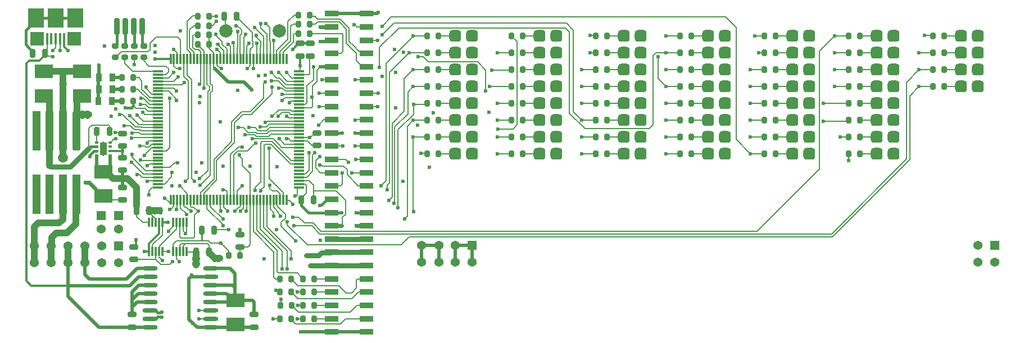
<source format=gtl>
G04*
G04 #@! TF.GenerationSoftware,Altium Limited,Altium Designer,20.0.2 (26)*
G04*
G04 Layer_Physical_Order=1*
G04 Layer_Color=5064179*
%FSLAX44Y44*%
%MOMM*%
G71*
G01*
G75*
%ADD11C,0.6000*%
%ADD14C,0.2000*%
G04:AMPARAMS|DCode=17|XSize=0.8mm|YSize=1.3mm|CornerRadius=0.2mm|HoleSize=0mm|Usage=FLASHONLY|Rotation=180.000|XOffset=0mm|YOffset=0mm|HoleType=Round|Shape=RoundedRectangle|*
%AMROUNDEDRECTD17*
21,1,0.8000,0.9000,0,0,180.0*
21,1,0.4000,1.3000,0,0,180.0*
1,1,0.4000,-0.2000,0.4500*
1,1,0.4000,0.2000,0.4500*
1,1,0.4000,0.2000,-0.4500*
1,1,0.4000,-0.2000,-0.4500*
%
%ADD17ROUNDEDRECTD17*%
%ADD18R,2.1000X0.8900*%
%ADD19R,0.3500X1.6000*%
%ADD20O,0.3500X1.6000*%
%ADD21R,1.6000X0.3500*%
G04:AMPARAMS|DCode=22|XSize=0.8mm|YSize=1.3mm|CornerRadius=0.2mm|HoleSize=0mm|Usage=FLASHONLY|Rotation=270.000|XOffset=0mm|YOffset=0mm|HoleType=Round|Shape=RoundedRectangle|*
%AMROUNDEDRECTD22*
21,1,0.8000,0.9000,0,0,270.0*
21,1,0.4000,1.3000,0,0,270.0*
1,1,0.4000,-0.4500,-0.2000*
1,1,0.4000,-0.4500,0.2000*
1,1,0.4000,0.4500,0.2000*
1,1,0.4000,0.4500,-0.2000*
%
%ADD22ROUNDEDRECTD22*%
G04:AMPARAMS|DCode=23|XSize=0.8mm|YSize=1mm|CornerRadius=0.2mm|HoleSize=0mm|Usage=FLASHONLY|Rotation=0.000|XOffset=0mm|YOffset=0mm|HoleType=Round|Shape=RoundedRectangle|*
%AMROUNDEDRECTD23*
21,1,0.8000,0.6000,0,0,0.0*
21,1,0.4000,1.0000,0,0,0.0*
1,1,0.4000,0.2000,-0.3000*
1,1,0.4000,-0.2000,-0.3000*
1,1,0.4000,-0.2000,0.3000*
1,1,0.4000,0.2000,0.3000*
%
%ADD23ROUNDEDRECTD23*%
G04:AMPARAMS|DCode=24|XSize=0.8mm|YSize=1mm|CornerRadius=0.2mm|HoleSize=0mm|Usage=FLASHONLY|Rotation=270.000|XOffset=0mm|YOffset=0mm|HoleType=Round|Shape=RoundedRectangle|*
%AMROUNDEDRECTD24*
21,1,0.8000,0.6000,0,0,270.0*
21,1,0.4000,1.0000,0,0,270.0*
1,1,0.4000,-0.3000,-0.2000*
1,1,0.4000,-0.3000,0.2000*
1,1,0.4000,0.3000,0.2000*
1,1,0.4000,0.3000,-0.2000*
%
%ADD24ROUNDEDRECTD24*%
%ADD25R,2.8000X2.0000*%
%ADD26R,1.2000X6.0000*%
G04:AMPARAMS|DCode=27|XSize=6mm|YSize=1.2mm|CornerRadius=0.3mm|HoleSize=0mm|Usage=FLASHONLY|Rotation=270.000|XOffset=0mm|YOffset=0mm|HoleType=Round|Shape=RoundedRectangle|*
%AMROUNDEDRECTD27*
21,1,6.0000,0.6000,0,0,270.0*
21,1,5.4000,1.2000,0,0,270.0*
1,1,0.6000,-0.3000,-2.7000*
1,1,0.6000,-0.3000,2.7000*
1,1,0.6000,0.3000,2.7000*
1,1,0.6000,0.3000,-2.7000*
%
%ADD27ROUNDEDRECTD27*%
G04:AMPARAMS|DCode=28|XSize=0.4mm|YSize=0.5mm|CornerRadius=0.1mm|HoleSize=0mm|Usage=FLASHONLY|Rotation=90.000|XOffset=0mm|YOffset=0mm|HoleType=Round|Shape=RoundedRectangle|*
%AMROUNDEDRECTD28*
21,1,0.4000,0.3000,0,0,90.0*
21,1,0.2000,0.5000,0,0,90.0*
1,1,0.2000,0.1500,0.1000*
1,1,0.2000,0.1500,-0.1000*
1,1,0.2000,-0.1500,-0.1000*
1,1,0.2000,-0.1500,0.1000*
%
%ADD28ROUNDEDRECTD28*%
%ADD29R,0.5000X0.4000*%
%ADD30R,1.1000X1.9000*%
%ADD31R,2.4000X3.0000*%
%ADD32R,0.4000X1.7500*%
%ADD33R,0.8890X1.2700*%
G04:AMPARAMS|DCode=34|XSize=2.54mm|YSize=0.9144mm|CornerRadius=0mm|HoleSize=0mm|Usage=FLASHONLY|Rotation=90.000|XOffset=0mm|YOffset=0mm|HoleType=Round|Shape=Octagon|*
%AMOCTAGOND34*
4,1,8,0.2286,1.2700,-0.2286,1.2700,-0.4572,1.0414,-0.4572,-1.0414,-0.2286,-1.2700,0.2286,-1.2700,0.4572,-1.0414,0.4572,1.0414,0.2286,1.2700,0.0*
%
%ADD34OCTAGOND34*%

%ADD35R,0.3000X1.4500*%
G04:AMPARAMS|DCode=36|XSize=0.3mm|YSize=1.45mm|CornerRadius=0.075mm|HoleSize=0mm|Usage=FLASHONLY|Rotation=180.000|XOffset=0mm|YOffset=0mm|HoleType=Round|Shape=RoundedRectangle|*
%AMROUNDEDRECTD36*
21,1,0.3000,1.3000,0,0,180.0*
21,1,0.1500,1.4500,0,0,180.0*
1,1,0.1500,-0.0750,0.6500*
1,1,0.1500,0.0750,0.6500*
1,1,0.1500,0.0750,-0.6500*
1,1,0.1500,-0.0750,-0.6500*
%
%ADD36ROUNDEDRECTD36*%
%ADD37O,2.3000X0.6000*%
%ADD72C,0.5000*%
%ADD73C,0.4000*%
%ADD74C,1.0000*%
%ADD75C,0.3000*%
%ADD76C,0.8000*%
%ADD77C,0.2200*%
%ADD78C,0.3810*%
G04:AMPARAMS|DCode=79|XSize=1.778mm|YSize=1.778mm|CornerRadius=0.4445mm|HoleSize=0mm|Usage=FLASHONLY|Rotation=180.000|XOffset=0mm|YOffset=0mm|HoleType=Round|Shape=RoundedRectangle|*
%AMROUNDEDRECTD79*
21,1,1.7780,0.8890,0,0,180.0*
21,1,0.8890,1.7780,0,0,180.0*
1,1,0.8890,-0.4445,0.4445*
1,1,0.8890,0.4445,0.4445*
1,1,0.8890,0.4445,-0.4445*
1,1,0.8890,-0.4445,-0.4445*
%
%ADD79ROUNDEDRECTD79*%
G04:AMPARAMS|DCode=80|XSize=1.778mm|YSize=1.778mm|CornerRadius=0.4445mm|HoleSize=0mm|Usage=FLASHONLY|Rotation=270.000|XOffset=0mm|YOffset=0mm|HoleType=Round|Shape=RoundedRectangle|*
%AMROUNDEDRECTD80*
21,1,1.7780,0.8890,0,0,270.0*
21,1,0.8890,1.7780,0,0,270.0*
1,1,0.8890,-0.4445,-0.4445*
1,1,0.8890,-0.4445,0.4445*
1,1,0.8890,0.4445,0.4445*
1,1,0.8890,0.4445,-0.4445*
%
%ADD80ROUNDEDRECTD80*%
%ADD81C,2.0000*%
%ADD82C,1.3716*%
%ADD83R,1.3716X1.3716*%
%ADD84C,0.6000*%
%ADD85C,1.5000*%
%ADD86C,1.2000*%
%ADD87C,0.5000*%
%ADD88C,1.1000*%
G36*
X712000Y729520D02*
Y749520D01*
X732000D01*
Y729520D01*
X712000D01*
D02*
G37*
G36*
X768000D02*
Y749520D01*
X788000D01*
Y729520D01*
X768000D01*
D02*
G37*
G36*
X773000Y759520D02*
D01*
D02*
G37*
D11*
X795000Y522520D02*
X800515D01*
X811000Y512035D01*
X818000Y502520D02*
X822000D01*
X811000Y509520D02*
Y512035D01*
Y509520D02*
X818000Y502520D01*
X1165500Y757520D02*
X1165500Y757520D01*
X1149000Y757520D02*
X1165500D01*
X1165500Y457520D02*
X1181000D01*
X1203000D02*
X1218500D01*
D14*
X734000Y715020D02*
Y716194D01*
Y717520D01*
Y716194D02*
X736924Y713270D01*
X745250D01*
X746000Y712520D01*
X981038Y731520D02*
Y745481D01*
Y725520D02*
Y731520D01*
X1139000Y510520D02*
Y518520D01*
Y496520D02*
Y510520D01*
X1181000Y457520D02*
Y458602D01*
X1182000Y459602D01*
Y470035D01*
X1187000Y475035D01*
Y495520D01*
X1139000Y510520D02*
X1139450Y510070D01*
X1172450D01*
X1187000Y495520D01*
X1107000Y489520D02*
Y490520D01*
Y488520D02*
Y489520D01*
X1102000Y495520D02*
X1107000Y490520D01*
X1098250Y496270D02*
Y496770D01*
Y496270D02*
X1099000Y495520D01*
X1102000D01*
X1047843Y694677D02*
X1048125Y694959D01*
X1240000Y517520D02*
Y517521D01*
X1113774Y503865D02*
Y514770D01*
X1113000Y503091D02*
X1113774Y503865D01*
X1113000Y502918D02*
Y503091D01*
X1111000Y500918D02*
X1113000Y502918D01*
X901000Y462520D02*
Y468270D01*
X897750Y471520D02*
X901000Y468270D01*
X897250Y471520D02*
X897750D01*
X896000Y472770D02*
X897250Y471520D01*
X896000Y462520D02*
Y472770D01*
X891000Y477770D02*
X896000Y472770D01*
X891000Y477770D02*
Y480520D01*
X2059000Y744520D02*
X2071200D01*
X2072000Y743720D01*
X1300000Y566520D02*
X1309400D01*
X1547300Y603835D02*
X1644000D01*
X1650000Y609835D02*
Y714520D01*
X1644000Y603835D02*
X1650000Y609835D01*
Y714520D02*
X1654000Y718520D01*
X1669700D02*
X1669900Y718320D01*
X1654000Y718520D02*
X1669700D01*
X1658000Y679420D02*
Y712520D01*
Y679420D02*
X1669900Y667520D01*
X1524000Y627135D02*
X1547300Y603835D01*
X1581000Y616720D02*
X1602100D01*
X1530000Y629620D02*
X1542900Y616720D01*
X1564000D01*
X1530000Y629620D02*
Y752727D01*
X1581000Y642120D02*
X1602100D01*
X1581000Y591320D02*
X1602100D01*
X1517910Y755610D02*
X1524000Y749520D01*
Y627135D02*
Y749520D01*
X1519712Y763015D02*
X1530000Y752727D01*
X1267090Y755610D02*
X1517910D01*
X1259495Y763015D02*
X1519712D01*
X1238000Y726520D02*
X1267090Y755610D01*
X1238000Y696520D02*
Y726520D01*
X1248000Y702035D02*
X1288900Y742935D01*
X1248000Y525521D02*
Y702035D01*
X1240000Y517521D02*
X1248000Y525521D01*
X1241999Y745519D02*
X1241999D01*
X1944800Y591520D02*
X1945000Y591320D01*
X1932000Y591520D02*
X1944800D01*
X1945000Y555520D02*
Y565920D01*
X1907000Y642520D02*
X1944600D01*
X1945000Y642120D01*
X1901000Y543520D02*
Y720820D01*
X1807000Y449520D02*
X1901000Y543520D01*
Y720820D02*
X1923900Y743720D01*
X1907000Y615520D02*
X1943800D01*
X1945000Y616720D01*
X1035000Y594520D02*
X1050201D01*
X864000Y553520D02*
X864583D01*
X882583Y535520D02*
X904500D01*
X864583Y553520D02*
X882583Y535520D01*
X865000Y565520D02*
X865156Y565364D01*
X885826Y540520D02*
X904500D01*
X865156Y561190D02*
Y565364D01*
Y561190D02*
X885826Y540520D01*
X1074097Y595520D02*
X1117000D01*
X1071097Y592520D02*
X1074097Y595520D01*
X1052201Y592520D02*
X1071097D01*
X1050201Y594520D02*
X1052201Y592520D01*
X1046224Y588520D02*
X1077799D01*
X1086000Y580319D01*
Y580177D02*
X1090657Y575520D01*
X1086000Y580177D02*
Y580319D01*
X1046224Y588520D02*
X1046224Y588520D01*
X1090657Y575520D02*
X1117000D01*
X1071983Y605520D02*
X1117000D01*
X1070983Y604520D02*
X1071983Y605520D01*
X1070952Y604520D02*
X1070983D01*
X1041000Y605520D02*
X1050515D01*
X1067283Y600851D02*
X1070952Y604520D01*
X1050515Y605520D02*
X1055184Y600851D01*
X1067283D01*
X1265979Y517055D02*
X1266000Y517035D01*
Y484520D02*
Y517035D01*
X1252999Y522034D02*
Y688519D01*
X1283000Y718520D01*
X1256999Y500519D02*
Y612054D01*
X1252000Y495520D02*
X1256999Y500519D01*
Y612054D02*
X1275324Y630379D01*
X1260999Y492519D02*
Y607034D01*
X1260000Y491520D02*
X1260999Y492519D01*
Y607034D02*
X1280535Y626570D01*
X1250000Y519035D02*
X1252999Y522034D01*
X1250000Y511520D02*
Y519035D01*
X1775000Y587820D02*
X1796900Y565920D01*
X1775000Y587820D02*
Y756520D01*
X1255868Y772388D02*
X1759132D01*
X1775000Y756520D01*
X1241999Y758519D02*
X1255868Y772388D01*
X1280000Y472202D02*
Y607820D01*
X1276000Y468202D02*
X1280000Y472202D01*
Y607820D02*
X1288900Y616720D01*
X1265979Y517055D02*
Y602285D01*
X1288999Y625304D01*
X1288900Y478620D02*
Y591320D01*
Y478620D02*
X1289000Y478520D01*
X1309400Y566520D02*
X1310000Y565920D01*
X1276000Y467520D02*
Y468202D01*
X1201710Y617520D02*
X1218500D01*
X1398000Y660520D02*
Y692520D01*
X1296000Y712520D02*
X1303729D01*
X1311439Y704810D01*
X1385710D01*
X1398000Y692520D01*
X1283000Y718520D02*
Y718520D01*
X1309800D01*
X1310000Y718320D01*
X1555000Y744520D02*
X1563200D01*
X1564000Y743720D01*
X1555000Y718520D02*
X1563800D01*
X1564000Y718320D01*
X1288900Y742935D02*
Y743720D01*
X1241999Y745519D02*
X1259495Y763015D01*
X1407000Y692520D02*
X1436600D01*
X1437000Y692920D01*
X1404000Y667520D02*
X1437000D01*
X1439000Y603520D02*
X1445172Y609692D01*
Y735348D01*
X1441000Y739520D02*
X1445172Y735348D01*
X1416000Y603520D02*
X1439000D01*
X1075071Y688449D02*
X1083000Y680520D01*
X1075071Y688449D02*
X1075071D01*
X1075000Y688520D02*
X1075071Y688449D01*
X1097396Y670520D02*
X1117000D01*
X1083000Y680520D02*
X1087396D01*
X1075071Y688449D02*
X1075142Y688520D01*
X1087396Y680520D02*
X1097396Y670520D01*
X1075000Y676520D02*
X1085739D01*
X1096739Y665520D01*
X1117000D01*
X1086000Y665520D02*
X1091082D01*
X1096082Y660520D01*
X1117000D01*
X1101257Y628520D02*
X1104257Y625520D01*
X1117000D01*
X1091000Y628520D02*
X1101257D01*
X1085000Y622520D02*
X1091000Y628520D01*
X1105082Y645520D02*
X1117000D01*
X1103082Y643520D02*
X1105082Y645520D01*
X1102000Y643520D02*
X1103082D01*
X1095485Y650520D02*
X1117000D01*
X1091485Y646520D02*
X1095485Y650520D01*
X1091000Y646520D02*
X1091485D01*
X1117000Y655520D02*
X1117000Y655520D01*
X1091000Y655520D02*
X1117000D01*
X1288999Y640519D02*
X1308399D01*
X1310000Y642120D01*
X1288999Y625304D02*
Y640519D01*
X1147137Y637165D02*
X1165145D01*
X1218855D02*
X1235000D01*
X1275324Y679826D02*
X1288418Y692920D01*
X1310000D01*
X1275324Y630379D02*
Y679826D01*
X1280535Y626570D02*
Y659155D01*
X1288900Y667520D01*
X1803200Y743720D02*
X1818000D01*
X1803000Y743520D02*
X1803200Y743720D01*
X1809000Y718520D02*
X1816200D01*
X1817200Y717520D01*
X1818000Y718320D01*
X2037000Y653620D02*
X2050900Y667520D01*
X2037000Y557520D02*
Y653620D01*
X2032000Y558177D02*
Y674020D01*
X1283000Y440520D02*
X1920000D01*
X2037000Y557520D01*
X1919171Y445348D02*
X2032000Y558177D01*
X1148171Y445348D02*
X1919171D01*
X1271000Y428520D02*
X1283000Y440520D01*
X2032000Y674020D02*
X2050900Y692920D01*
X1149657Y449520D02*
X1807000D01*
X990000Y451520D02*
X1011000D01*
X1137000Y652520D02*
Y668520D01*
Y637520D02*
Y652520D01*
X1126243Y640770D02*
X1128763Y643290D01*
Y669277D01*
X1130030Y670543D01*
X1117000Y640520D02*
X1117250Y640770D01*
X1126243D01*
X1135999Y651519D02*
X1135999D01*
X1137000Y652520D01*
X1130030Y670543D02*
X1139000Y677520D01*
X828000Y496520D02*
X851000D01*
X822000Y502520D02*
X828000Y496520D01*
X768900Y367520D02*
X772000D01*
X884141Y563379D02*
Y564518D01*
X895142Y575520D01*
X864750Y590270D02*
X904250D01*
X864000Y589519D02*
X864750Y590270D01*
X868485Y602520D02*
X877142D01*
X866000Y598520D02*
X875485D01*
X865000Y597520D02*
X866000Y598520D01*
X862485Y608520D02*
X868485Y602520D01*
X851142Y625520D02*
X870142Y606520D01*
X877142Y602520D02*
X879142Y600520D01*
X875485Y598520D02*
X878485Y595520D01*
X879799Y605520D02*
X904500D01*
X878799Y606520D02*
X879799Y605520D01*
X870142Y606520D02*
X878799D01*
X879142Y600520D02*
X904500D01*
X853000Y608520D02*
X862485D01*
X847000Y625520D02*
X851142D01*
X878485Y595520D02*
X904500D01*
X1050884Y582425D02*
X1051407D01*
X1051413Y582432D01*
X1024857Y576519D02*
X1030999D01*
X1013250Y564912D02*
X1024857Y576519D01*
X1013250Y496770D02*
Y564912D01*
X1024514Y570519D02*
X1038978D01*
X1018250Y564255D02*
X1024514Y570519D01*
X1018250Y496770D02*
Y564255D01*
X1038978Y570519D02*
X1050884Y582425D01*
X1026999Y562521D02*
X1031000Y558520D01*
X1026999Y562521D02*
Y564519D01*
X1031000Y548520D02*
Y558520D01*
X1090000Y457199D02*
Y463020D01*
Y457199D02*
X1112000Y435199D01*
X1090000Y463020D02*
X1096000Y469020D01*
X1112000Y434520D02*
Y435199D01*
X1083500Y487020D02*
X1096000Y474520D01*
Y469020D02*
Y474520D01*
X932000Y434520D02*
X980657D01*
X999000Y431520D02*
X999097Y431617D01*
X1089212Y337733D02*
Y346732D01*
X1089425Y346945D01*
X932000Y408005D02*
Y418520D01*
Y408005D02*
X936000Y404005D01*
Y403520D02*
Y404005D01*
X922000Y399520D02*
X926000Y403520D01*
X908000Y399520D02*
X922000D01*
X942000Y450005D02*
Y462520D01*
Y450005D02*
X946000Y446005D01*
Y445520D02*
Y446005D01*
X947000Y447602D02*
Y462520D01*
X946000Y430520D02*
X979000D01*
X983657Y431520D02*
X999000D01*
X980657Y434520D02*
X983657Y431520D01*
X927000Y429520D02*
X932000Y434520D01*
X927000Y418520D02*
Y429520D01*
X938671Y439409D02*
X957828D01*
X911000Y418520D02*
X911000Y418520D01*
X920000D01*
X901000Y406520D02*
X908000Y399520D01*
X920000Y449770D02*
X927000Y456770D01*
X920000Y449520D02*
Y449770D01*
X989000Y450520D02*
X990000Y451520D01*
X906500Y427020D02*
X932000Y452520D01*
Y462520D01*
X927000Y456770D02*
Y462520D01*
X906000Y418520D02*
X906500Y419020D01*
Y427020D01*
X940000Y430520D02*
X946000D01*
X937000Y418520D02*
X937500Y419020D01*
Y428020D01*
X940000Y430520D01*
X981000Y417520D02*
Y428520D01*
X979000Y430520D02*
X981000Y428520D01*
X942000Y418520D02*
X942500Y419020D01*
Y427020D01*
X946000Y430520D01*
X947000Y418020D02*
Y418520D01*
Y418020D02*
X947500Y417520D01*
X962000D01*
X964000Y478520D02*
Y479520D01*
X959000Y473520D02*
X964000Y478520D01*
X937000Y462520D02*
X937500Y462020D01*
Y440580D02*
X938671Y439409D01*
X957828D02*
X959000Y440580D01*
X937500D02*
Y462020D01*
X959000Y440580D02*
Y473520D01*
X1082130Y359897D02*
X1085623D01*
X1081753Y360274D02*
X1082130Y359897D01*
X1011000Y412520D02*
Y419520D01*
X999000Y431520D02*
X1011000Y419520D01*
X943250Y709270D02*
X943500Y709020D01*
Y682505D02*
Y709020D01*
X950250Y528770D02*
Y675755D01*
X943500Y682505D02*
X950250Y675755D01*
X946000Y524520D02*
X950250Y528770D01*
X954750Y528770D02*
X959000Y524520D01*
X948000Y700027D02*
X948000Y700027D01*
X948000Y684369D02*
Y700027D01*
X948000Y700027D02*
Y709020D01*
X948250Y709270D01*
X948000Y684369D02*
X954750Y677619D01*
Y528770D02*
Y677619D01*
X914000Y499520D02*
X914557D01*
X921557Y492520D01*
X938250Y484270D02*
X947343Y475177D01*
Y474863D02*
Y475177D01*
X938250Y484270D02*
Y496770D01*
X933125Y483645D02*
Y496645D01*
X932000Y482520D02*
X933125Y483645D01*
X923515Y482520D02*
X928250Y487255D01*
X922000Y482520D02*
X923515D01*
X928250Y487255D02*
Y496770D01*
X1059000Y510520D02*
Y511520D01*
X1063000Y671520D02*
X1066000Y674520D01*
X1063000Y649520D02*
Y671520D01*
X1023485Y759520D02*
X1030000Y753005D01*
Y747005D02*
Y753005D01*
X1028000Y745005D02*
X1030000Y747005D01*
X1022000Y759520D02*
X1023485D01*
X1036000Y744520D02*
Y746520D01*
X1033500Y742020D02*
X1036000Y744520D01*
X1033500Y709520D02*
Y742020D01*
X1024000Y726513D02*
Y750520D01*
X1063250Y709270D02*
Y743270D01*
X1050000Y756520D02*
X1063250Y743270D01*
X994133Y732387D02*
X995000Y731520D01*
X991670Y732387D02*
X994133D01*
X991000Y745005D02*
X1001000Y735005D01*
X991000Y745005D02*
Y746520D01*
X1001000Y731520D02*
X1008250Y724270D01*
X1001000Y731520D02*
Y735005D01*
X1003250Y709270D02*
Y721755D01*
X992383Y732622D02*
X1003250Y721755D01*
X991898Y732622D02*
X992383D01*
X1008250Y709270D02*
Y724270D01*
X953000Y479520D02*
X954000D01*
X946750Y485770D02*
X953000Y479520D01*
X957750Y485770D02*
X964000Y479520D01*
X868000Y406520D02*
X901000D01*
X901000Y406520D01*
X867000Y638520D02*
Y645520D01*
X880931Y649551D02*
X882341D01*
X890715Y635520D02*
X904500D01*
X885715Y640520D02*
X890715Y635520D01*
X888573Y630520D02*
X904500D01*
X884640Y634453D02*
X888573Y630520D01*
X871067Y634453D02*
X878410D01*
X878000Y640520D02*
X885715D01*
X878515Y634453D02*
X884640D01*
X882341Y649551D02*
X891122Y640770D01*
X904250D01*
X874029Y663520D02*
X892029Y645520D01*
X867000Y663520D02*
X874029D01*
X892029Y645520D02*
X904500D01*
X867000Y638520D02*
X871067Y634453D01*
X861655Y623865D02*
X875000Y610520D01*
X1099000Y392520D02*
Y419520D01*
X1091000Y392520D02*
Y419514D01*
X1083872Y388648D02*
Y420506D01*
X1048250Y449057D02*
X1079000Y418307D01*
Y379520D02*
Y418307D01*
X1043000Y428520D02*
Y496520D01*
X1040000Y425520D02*
X1043000Y428520D01*
X1028000Y425520D02*
X1040000D01*
X1053250Y451128D02*
X1083872Y420506D01*
X1068424Y456357D02*
Y496596D01*
X1105000Y407520D02*
Y419781D01*
X1073250Y483270D02*
X1079000Y477520D01*
X1073250Y483270D02*
Y496770D01*
X1068424Y456357D02*
X1105000Y419781D01*
X1068250Y496770D02*
X1068424Y496596D01*
X1104000Y632520D02*
X1106000Y630520D01*
X1086000Y632520D02*
X1104000D01*
X1076000Y622520D02*
X1086000Y632520D01*
X1072999Y735034D02*
Y756521D01*
X1067000Y762520D02*
X1072999Y756521D01*
X1059000Y755520D02*
X1068250Y746270D01*
X1059000Y755520D02*
Y762520D01*
X1010000Y731005D02*
Y731520D01*
Y731005D02*
X1013250Y727755D01*
Y709270D02*
Y727755D01*
X1028000Y717520D02*
Y745005D01*
X1028000Y717520D02*
X1028000Y717520D01*
X875000Y610520D02*
X904500D01*
X882000Y615520D02*
X904500D01*
X873000Y624520D02*
X882000Y615520D01*
X988250Y697592D02*
Y709270D01*
Y697592D02*
X990000Y695842D01*
Y694760D02*
Y695842D01*
X993250Y709270D02*
X993500Y709020D01*
Y700027D02*
Y709020D01*
Y700027D02*
X998002Y695525D01*
X999235D01*
X1000000Y694760D01*
X873000Y534520D02*
X876660D01*
X880410Y530770D01*
X904250D01*
X937000Y517520D02*
Y517644D01*
X1059000Y511520D02*
X1059999Y510521D01*
X1059000Y511520D02*
X1064000Y516520D01*
X1051000Y511120D02*
Y515520D01*
X1051000Y515520D02*
X1051000Y515520D01*
X1129263Y428520D02*
X1271000D01*
X1099000Y458783D02*
Y463520D01*
Y458783D02*
X1129263Y428520D01*
X1136000Y457520D02*
X1148171Y445348D01*
X1137657Y461520D02*
X1149657Y449520D01*
X1108819Y457520D02*
X1136000D01*
X1125000Y461520D02*
X1137657D01*
X1116000Y470520D02*
X1125000Y461520D01*
X1107000Y470520D02*
X1116000D01*
X1220095Y755925D02*
X1221690Y757520D01*
X1218500D02*
X1218500Y757520D01*
X1204080Y757520D02*
X1218500D01*
X1199999Y760519D02*
X1201081D01*
X1204080Y757520D01*
X1110999Y500919D02*
Y502519D01*
Y500919D02*
X1111000Y500918D01*
X1111000Y500918D02*
X1111000Y500918D01*
X998500Y480020D02*
X999000Y479520D01*
X983250Y486270D02*
X1002000Y467520D01*
X1019850Y479520D02*
X1026100Y485770D01*
X1003250Y485270D02*
X1009000Y479520D01*
X1002000Y467520D02*
Y467520D01*
X978250Y482785D02*
X1002000Y459035D01*
X1187068Y557451D02*
X1190999Y553519D01*
X1201000Y577520D02*
X1218493D01*
X1165494D02*
X1183000D01*
X1182000Y520520D02*
Y537520D01*
X1189137Y534383D02*
X1206000Y517520D01*
X1201355Y617165D02*
X1201710Y617520D01*
X1073000Y513904D02*
X1076915Y509990D01*
X1073000Y513904D02*
Y518520D01*
X1089000Y337520D02*
X1089212Y337733D01*
X1115000Y337520D02*
X1122962D01*
X895142Y575520D02*
X904500D01*
X893999Y580520D02*
X904500D01*
X893999Y580034D02*
Y580520D01*
X890485Y576519D02*
X893999Y580034D01*
X885514Y576519D02*
X890485D01*
X884514Y577520D02*
X885514Y576519D01*
X877000Y577520D02*
X884514D01*
X887999Y582519D02*
Y583437D01*
X1043250Y496770D02*
Y536270D01*
X1031000Y548520D02*
X1043250Y536270D01*
X1051000Y515520D02*
X1059000Y523520D01*
X1043000Y496520D02*
X1043250Y496770D01*
X1038250Y482852D02*
Y496770D01*
X1037000Y481602D02*
X1038250Y482852D01*
X1037000Y480520D02*
Y481602D01*
X1033250Y484255D02*
Y496770D01*
X1029515Y480520D02*
X1033250Y484255D01*
X1028250Y486942D02*
Y496770D01*
X1027078Y485770D02*
X1028250Y486942D01*
X1026100Y485770D02*
X1027078D01*
X1028000Y412520D02*
Y425520D01*
X1061000Y584520D02*
X1076142D01*
X1065172Y580520D02*
X1074485D01*
X1064000Y579348D02*
X1065172Y580520D01*
X1064000Y516520D02*
Y579348D01*
X1059000Y523520D02*
Y582520D01*
X1104343Y550520D02*
X1117000D01*
X1078000Y576863D02*
X1104343Y550520D01*
X1078000Y576863D02*
Y577005D01*
X1074485Y580520D02*
X1078000Y577005D01*
X1082000Y578520D02*
X1105000Y555520D01*
X1082000Y578520D02*
Y578662D01*
X1076142Y584520D02*
X1082000Y578662D01*
X1105000Y555520D02*
X1117000D01*
X1059000Y582520D02*
X1061000Y584520D01*
X1072000Y528520D02*
Y574520D01*
Y528520D02*
X1093250Y507270D01*
X1068609Y596520D02*
X1072609Y600520D01*
X1053858Y596520D02*
X1068609D01*
X1051858Y598520D02*
X1053858Y596520D01*
X1058000Y606851D02*
X1058331Y606520D01*
X1065920Y613600D02*
X1067162D01*
X1071576Y610770D02*
X1116750D01*
X1069326Y608520D02*
X1071576Y610770D01*
X1069295Y608520D02*
X1069326D01*
X1067295Y606520D02*
X1069295Y608520D01*
X1195999Y537519D02*
X1218493D01*
X1218493Y537520D01*
X1147999Y549519D02*
Y551519D01*
X1142000Y555520D02*
X1148000Y561520D01*
X1131731Y568102D02*
X1131999Y567834D01*
X1133000Y590520D02*
X1133959D01*
X1117000D02*
X1133000D01*
X1141999Y547034D02*
X1142000Y547033D01*
Y544520D02*
Y547033D01*
Y544520D02*
X1149000Y537520D01*
X1142000Y552006D02*
Y555520D01*
X1141999Y552005D02*
X1142000Y552006D01*
X1141999Y547034D02*
Y552005D01*
X1147999Y551519D02*
X1148000Y551520D01*
X1139999Y567020D02*
Y568102D01*
X1137061Y564082D02*
X1139999Y567020D01*
X1146000Y609520D02*
Y609520D01*
X1217771Y678248D02*
X1218500Y677520D01*
X1039000Y694760D02*
X1039240D01*
X1098000Y688520D02*
X1106000Y680520D01*
X1086000Y688520D02*
X1099000Y675520D01*
X1076000Y656520D02*
Y666520D01*
X921757Y650277D02*
X922000Y650035D01*
X1039240Y694760D02*
X1043250Y698770D01*
X1040999Y731437D02*
Y732519D01*
X1046999Y727512D02*
Y735004D01*
X1046000Y736004D02*
X1046999Y735004D01*
X1046000Y736004D02*
Y748593D01*
X1052000Y742005D02*
X1059000Y735005D01*
Y728035D02*
Y735005D01*
X1068250Y709270D02*
Y746270D01*
X1058250Y727284D02*
X1059000Y728035D01*
X1052000Y742005D02*
Y744520D01*
X1043250Y723763D02*
X1046999Y727512D01*
X1043250Y698770D02*
Y709270D01*
X1058250D02*
Y727284D01*
X1072999Y735034D02*
X1073250Y734783D01*
Y709270D02*
Y734783D01*
X1078250Y709270D02*
Y736519D01*
X1079250Y737519D01*
X1078999D02*
X1079250D01*
X882149Y628453D02*
X885082Y625520D01*
X1018000Y733520D02*
X1018125Y733395D01*
X1218500Y757520D02*
X1220095Y755925D01*
X981000Y773520D02*
X991768D01*
X986000Y759520D02*
X992000Y765520D01*
X981000Y759520D02*
X986000D01*
X1073250Y709270D02*
X1073250Y709270D01*
X1038250Y728688D02*
X1040999Y731437D01*
X1026573Y768020D02*
X1046000Y748593D01*
X988000Y709520D02*
Y718558D01*
X981038Y725520D02*
X988000Y718558D01*
X878156Y556676D02*
X879061Y555770D01*
X1288900Y743720D02*
X1310000D01*
X1288900Y667520D02*
X1310000D01*
X1288900Y591320D02*
X1310000D01*
X1288900Y616720D02*
X1310000D01*
X1072609Y600520D02*
X1117000D01*
X1058331Y606520D02*
X1067295D01*
X1128164Y530520D02*
X1137061Y539417D01*
X1099000Y675520D02*
X1117000D01*
X973250Y664976D02*
Y709270D01*
X982000Y662477D02*
Y667447D01*
X979250Y659727D02*
X982000Y662477D01*
X979250Y540770D02*
Y659727D01*
X986000Y660820D02*
Y669104D01*
X983250Y658070D02*
X986000Y660820D01*
X983250Y533702D02*
Y658070D01*
X967000Y528520D02*
X979250Y540770D01*
X978250Y671197D02*
Y709270D01*
Y671197D02*
X982000Y667447D01*
X983250Y671854D02*
Y709270D01*
Y671854D02*
X986000Y669104D01*
X954421Y485770D02*
X957750D01*
X1039515Y598520D02*
X1051858D01*
X1032515Y605520D02*
X1039515Y598520D01*
X1146000Y609520D02*
X1154000Y617520D01*
X1019000Y582840D02*
Y612715D01*
X1144000Y692520D02*
X1149000Y697520D01*
X1144000Y675520D02*
Y692520D01*
X1202457Y678248D02*
X1217771D01*
X1201728Y677520D02*
X1202457Y678248D01*
X1165500Y677520D02*
X1165500Y677520D01*
X1151000Y677520D02*
X1165500D01*
X1048125Y694959D02*
Y709145D01*
X966558Y670760D02*
Y671842D01*
X1218500Y637520D02*
X1218855Y637165D01*
X1327000Y743720D02*
X1348100D01*
X1327000Y718320D02*
X1348100D01*
X1327000Y692920D02*
X1348100D01*
X1327000Y667520D02*
X1348100D01*
X1327000Y642120D02*
X1348100D01*
X1327000Y591320D02*
X1348100D01*
X1327000Y616720D02*
X1348100D01*
X1327000Y565920D02*
X1348100D01*
X1454000Y743720D02*
X1475100D01*
X1454000Y718320D02*
X1475100D01*
X1454000Y692920D02*
X1475100D01*
X1454000Y667520D02*
X1475100D01*
X1454000Y642120D02*
X1475100D01*
X1454000Y591320D02*
X1475100D01*
X1454000Y616720D02*
X1475100D01*
X1454000Y565920D02*
X1475100D01*
X1581000Y743720D02*
X1602100D01*
X1581000Y718320D02*
X1602100D01*
X1581000Y692920D02*
X1602100D01*
X1581000Y667520D02*
X1602100D01*
X1581000Y565920D02*
X1602100D01*
X1708000Y743720D02*
X1729100D01*
X1708000Y718320D02*
X1729100D01*
X1708000Y692920D02*
X1729100D01*
X1708000Y667520D02*
X1729100D01*
X1708000Y642120D02*
X1729100D01*
X1708000Y591320D02*
X1729100D01*
X1708000Y616720D02*
X1729100D01*
X1708000Y565920D02*
X1729100D01*
X2089000Y743720D02*
X2110100D01*
X2089000Y718320D02*
X2110100D01*
X2089000Y692920D02*
X2110100D01*
X2089000Y667520D02*
X2110100D01*
X1835000Y743720D02*
X1856100D01*
X1835000Y718320D02*
X1856100D01*
X1835000Y692920D02*
X1856100D01*
X1835000Y667520D02*
X1856100D01*
X1835000Y642120D02*
X1856100D01*
X1835000Y591320D02*
X1856100D01*
X1835000Y616720D02*
X1856100D01*
X1835000Y565920D02*
X1856100D01*
X1962000Y743720D02*
X1983100D01*
X1962000Y718320D02*
X1983100D01*
X1962000Y692920D02*
X1983100D01*
X1962000Y667520D02*
X1983100D01*
X1962000Y642120D02*
X1983100D01*
X1962000Y591320D02*
X1983100D01*
X1962000Y616720D02*
X1983100D01*
X1962000Y565920D02*
X1983100D01*
X2050900Y718320D02*
X2072000D01*
X2050900Y692920D02*
X2072000D01*
X2050900Y667520D02*
X2072000D01*
X1923900Y743720D02*
X1945000D01*
X1923900Y718320D02*
X1945000D01*
X1923900Y692920D02*
X1945000D01*
X1923900Y667520D02*
X1945000D01*
X1796900Y692920D02*
X1818000D01*
X1796900Y667520D02*
X1818000D01*
X1796900Y642120D02*
X1818000D01*
X1796900Y591320D02*
X1818000D01*
X1796900Y616720D02*
X1818000D01*
X1796900Y565920D02*
X1818000D01*
X1669900Y743720D02*
X1691000D01*
X1669900Y718320D02*
X1691000D01*
X1669900Y692920D02*
X1691000D01*
X1669900Y667520D02*
X1691000D01*
X1669900Y642120D02*
X1691000D01*
X1669900Y591320D02*
X1691000D01*
X1669900Y616720D02*
X1691000D01*
X1669900Y565920D02*
X1691000D01*
X1542900Y692920D02*
X1564000D01*
X1542900Y667520D02*
X1564000D01*
X1542900Y642120D02*
X1564000D01*
X1542900Y591320D02*
X1564000D01*
X1542900Y565920D02*
X1564000D01*
X1415900Y718320D02*
X1437000D01*
X1415900Y642120D02*
X1437000D01*
X1415900Y591320D02*
X1437000D01*
X1415900Y616720D02*
X1437000D01*
X1415900Y565920D02*
X1437000D01*
X936760Y694520D02*
X937000Y694760D01*
X920000Y680520D02*
X928000Y688520D01*
X932000Y694520D02*
X936760D01*
X928250Y698270D02*
X932000Y694520D01*
X928250Y698270D02*
Y709270D01*
X1218500Y617520D02*
X1218500Y617520D01*
X1165500Y617520D02*
X1165500Y617520D01*
X1154000Y617520D02*
X1165500D01*
X1218493Y577520D02*
X1218493Y577520D01*
X1165493D02*
X1165494Y577520D01*
X1179000Y517520D02*
X1182000Y520520D01*
X1165493Y517520D02*
X1179000D01*
X1149000Y537520D02*
X1165493D01*
X1137061Y539417D02*
Y564082D01*
X1206000Y517520D02*
X1218493D01*
X1183958Y547520D02*
X1189137Y542341D01*
Y534383D02*
Y542341D01*
X1148000Y551520D02*
X1152171Y547348D01*
X1153828D01*
X1154000Y547520D01*
X1183958D01*
X1114000Y317520D02*
X1122962D01*
X1078000D02*
X1088000D01*
X1165500Y457520D02*
X1165500Y457520D01*
X1117000Y525520D02*
X1132000D01*
X1139000Y518520D01*
X1120000Y496520D02*
Y499020D01*
X1128000Y507020D01*
X1165493Y557520D02*
X1165563Y557451D01*
X1126248Y535770D02*
X1131999Y541521D01*
X1117250Y535770D02*
X1126248D01*
X1131999Y541521D02*
Y567834D01*
X1117000Y530520D02*
X1128164D01*
X1218493Y557520D02*
X1218493Y557520D01*
X1202000Y557520D02*
X1218493D01*
X1165563Y557451D02*
X1187068D01*
X967917Y518368D02*
X983250Y533702D01*
X988459Y527636D02*
Y558004D01*
X968250Y507427D02*
X988459Y527636D01*
X968250Y496770D02*
Y507427D01*
X992459Y525979D02*
Y556299D01*
X973250Y506770D02*
X992459Y525979D01*
X973250Y496770D02*
Y506770D01*
Y709270D02*
Y721270D01*
X968250Y673534D02*
Y720270D01*
X973236Y664962D02*
X973250Y664976D01*
X998250Y496770D02*
X998500Y496520D01*
Y480020D02*
Y496520D01*
X1003250Y485270D02*
Y496770D01*
X1002000Y457520D02*
Y459035D01*
X978250Y482785D02*
Y496770D01*
X983250Y486270D02*
Y496770D01*
X1137000Y668520D02*
X1144000Y675520D01*
X1139000Y677520D02*
Y697520D01*
X1133000Y687520D02*
Y712520D01*
X1131000Y685520D02*
X1133000Y687520D01*
X1135000Y635520D02*
X1137000Y637520D01*
X1117000Y635520D02*
X1135000D01*
X1147478Y657520D02*
X1165500D01*
X1042852Y629372D02*
X1063000Y649520D01*
X1030000Y629372D02*
X1042852D01*
X1046852Y627715D02*
X1047195D01*
X1044509Y625372D02*
X1046852Y627715D01*
X1031657Y625372D02*
X1044509D01*
X1019000Y612715D02*
X1031657Y625372D01*
X1047195Y627715D02*
X1076000Y656520D01*
X928000Y675520D02*
X934762Y682282D01*
X1014888Y614259D02*
X1030000Y629372D01*
X1218500Y737520D02*
X1218500Y737520D01*
X1235000D01*
X1218500Y657520D02*
X1218500Y657520D01*
X1236000D01*
X1165500D02*
X1165500Y657520D01*
X1053112Y709407D02*
Y732532D01*
X1043250Y709270D02*
Y723763D01*
X1023250Y725763D02*
X1024000Y726513D01*
X1023250Y709270D02*
Y725763D01*
X991768Y773520D02*
X991913Y773665D01*
X1095000Y580520D02*
X1117000D01*
X1087000Y588520D02*
X1095000Y580520D01*
X1093250Y496770D02*
Y507270D01*
X1088000Y497020D02*
Y506013D01*
X1084023Y509990D02*
X1088000Y506013D01*
X1076915Y509990D02*
X1084023D01*
X1088000Y497020D02*
X1088250Y496770D01*
X1023250D02*
Y509770D01*
X1031000Y517520D01*
X1006765Y510755D02*
X1008250Y509270D01*
Y496770D02*
Y509270D01*
X1002000Y511934D02*
X1003171Y510762D01*
Y510755D02*
X1006765D01*
X1003171D02*
Y510762D01*
X1025000Y605520D02*
X1032515D01*
X933000Y709520D02*
X933250Y709270D01*
X933000Y709520D02*
Y718520D01*
X928000Y723520D02*
X933000Y718520D01*
X849234Y719754D02*
X889234D01*
X891987Y722507D01*
X840000Y711520D02*
X841000D01*
X891987Y732507D02*
X901996Y742516D01*
X841000Y711520D02*
X849234Y719754D01*
X746000Y721520D02*
Y722005D01*
X756750Y721770D02*
X757000Y721520D01*
X756500Y739520D02*
X756750Y739270D01*
Y721770D02*
Y739270D01*
X750000Y726005D02*
Y739520D01*
X746000Y722005D02*
X750000Y726005D01*
X736000Y717520D02*
X737000Y718520D01*
Y739520D01*
X911000Y462520D02*
X911000Y462520D01*
X911000Y443520D02*
Y462520D01*
X896000Y418520D02*
Y428520D01*
X911000Y443520D01*
X906000Y410520D02*
X911000Y405520D01*
X906000Y410520D02*
Y411520D01*
X901000Y406520D02*
X901000Y406520D01*
Y418520D01*
X891082Y550520D02*
X904500D01*
X889082Y548520D02*
X891082Y550520D01*
X888000Y548520D02*
X889082D01*
X879061Y555770D02*
X904250D01*
X904500Y555520D01*
X953250Y486942D02*
Y496770D01*
Y486942D02*
X954421Y485770D01*
X1107041Y723520D02*
X1109041Y725520D01*
X1093250Y719113D02*
X1108500Y734363D01*
Y746348D01*
X1093250Y709270D02*
Y719113D01*
X1088250Y720270D02*
X1104294Y736314D01*
Y758687D01*
X1088250Y709270D02*
Y720270D01*
X1118000Y691270D02*
Y698816D01*
X1117000Y690520D02*
X1117250D01*
X1118000Y691270D01*
X1116041Y732520D02*
X1118000D01*
X1133000Y747520D02*
X1133147Y747667D01*
X1165500Y717520D02*
X1165500Y717520D01*
X1180000D01*
X1183000Y720520D02*
Y746496D01*
X1181828Y747667D02*
X1183000Y746496D01*
X1133147Y747667D02*
X1181828D01*
X1180000Y717520D02*
X1183000Y720520D01*
X1206654Y720866D02*
X1215154D01*
X1188000Y732942D02*
Y754213D01*
X1212450Y697520D02*
X1218500D01*
X1203354Y706616D02*
Y717588D01*
Y706616D02*
X1212450Y697520D01*
X1177243Y764970D02*
X1188000Y754213D01*
Y732942D02*
X1203354Y717588D01*
X1192000Y735520D02*
X1199275Y728245D01*
X1192000Y735520D02*
Y755870D01*
X1181846Y766023D02*
X1192000Y755870D01*
X1141000Y761520D02*
X1144450Y764970D01*
X1177243D01*
X1178899Y768970D02*
X1181846Y766023D01*
X1178787Y768970D02*
X1178899D01*
X1178501Y769256D02*
X1178787Y768970D01*
X1144264Y769256D02*
X1178501D01*
X1140000Y773520D02*
X1144264Y769256D01*
X1133000Y761520D02*
X1141000D01*
X1199275Y728245D02*
X1199275D01*
X1215154Y720866D02*
X1218500Y717520D01*
X1199275Y728245D02*
X1206654Y720866D01*
X1133000Y775520D02*
X1135000Y773520D01*
X1140000D01*
X1004000D02*
X1005500Y772020D01*
Y753020D02*
Y772020D01*
Y753020D02*
X1007000Y751520D01*
X948250Y496770D02*
Y506270D01*
X937000Y517520D02*
X948250Y506270D01*
X933235Y553285D02*
X934000Y552520D01*
X932719Y552770D02*
X933235Y553285D01*
X922015Y545520D02*
X929265Y552770D01*
X904500Y545520D02*
X922015D01*
X929265Y552770D02*
X932719D01*
X924843Y538363D02*
X925000Y538520D01*
X924843Y531625D02*
Y538363D01*
X904500Y520520D02*
X904750Y520770D01*
X943250Y486942D02*
Y496770D01*
Y486942D02*
X944421Y485770D01*
X946750D01*
X933125Y496645D02*
X933250Y496770D01*
X921557Y492520D02*
X923250Y494213D01*
Y496770D01*
X1014888Y584432D02*
Y614259D01*
X988459Y558004D02*
X1014888Y584432D01*
X992459Y556299D02*
X1019000Y582840D01*
X904500Y515520D02*
X904500Y515520D01*
X896000Y515520D02*
X904500D01*
X891000Y504520D02*
Y510520D01*
X896000Y515520D01*
X1140959Y597520D02*
X1144000D01*
X1133959Y590520D02*
X1140959Y597520D01*
X1136000Y578520D02*
X1144000D01*
X1117000Y585520D02*
X1129000D01*
X1136000Y578520D01*
X1117000Y590520D02*
X1117000Y590520D01*
X1098000Y588520D02*
X1101082D01*
X1104082Y585520D01*
X1116750Y610770D02*
X1117000Y610520D01*
X1069082Y615520D02*
X1117000D01*
X1067162Y613600D02*
X1069082Y615520D01*
X1117000Y630520D02*
X1117000Y630520D01*
X1106000Y630520D02*
X1117000D01*
X1101082Y620520D02*
X1117000D01*
X1099082Y622520D02*
X1101082Y620520D01*
X1098000Y622520D02*
X1099082D01*
X1104082Y585520D02*
X1117000D01*
X1165145Y637165D02*
X1165500Y637520D01*
X1117000Y535520D02*
X1117250Y535770D01*
X1128000Y507020D02*
Y518513D01*
X1126243Y520270D02*
X1128000Y518513D01*
X1117000Y520520D02*
X1117250Y520270D01*
X1126243D01*
X1113774Y514770D02*
X1114524Y515520D01*
X1117000D01*
X885082Y625520D02*
X904500D01*
X881000Y628453D02*
X882149D01*
X904250Y640770D02*
X904500Y640520D01*
X890082Y585520D02*
X904500D01*
X887999Y583437D02*
X890082Y585520D01*
X904250Y590270D02*
X904500Y590520D01*
Y660520D02*
X920000D01*
X934000Y646520D01*
Y646520D02*
Y646520D01*
X922000Y575520D02*
Y650035D01*
X917000Y570520D02*
X922000Y575520D01*
X904500Y570520D02*
X917000D01*
X880000Y663206D02*
X892686Y650520D01*
X880000Y663206D02*
Y676521D01*
X875056Y681465D02*
X880000Y676521D01*
X913988Y520770D02*
X924843Y531625D01*
X904750Y520770D02*
X913988D01*
X904250Y530770D02*
X904500Y530520D01*
X904250Y525270D02*
X904500Y525520D01*
X888750Y525270D02*
X904250D01*
X888000Y524520D02*
X888750Y525270D01*
X934762Y682282D02*
X935000D01*
X904500Y675520D02*
X928000D01*
X1117000Y685520D02*
X1131000D01*
X1106000Y680520D02*
X1117000D01*
X941000Y670520D02*
X944000Y673520D01*
X904500Y670520D02*
X941000D01*
X938250Y709270D02*
Y737663D01*
X891987Y722507D02*
Y732507D01*
X901996Y742516D02*
X933397D01*
X938250Y737663D01*
X869000Y700520D02*
Y711520D01*
X928179Y665520D02*
X933179Y660520D01*
X904500Y665520D02*
X928179D01*
X886000Y665027D02*
X895257Y655770D01*
X886000Y665027D02*
Y666707D01*
X904250Y655770D02*
X904500Y655520D01*
X895257Y655770D02*
X904250D01*
X867000Y681520D02*
X867055Y681465D01*
X875056D01*
X846157Y598363D02*
X848000Y596520D01*
X840157Y598363D02*
X846157D01*
X840000Y598520D02*
X840157Y598363D01*
X933179Y660520D02*
X934000D01*
X881000Y462520D02*
X891000D01*
X872000Y471520D02*
X881000Y462520D01*
X872000Y471520D02*
Y480520D01*
X966200Y317320D02*
X983800D01*
X984000Y317120D01*
X966000Y317520D02*
X966200Y317320D01*
X983850Y329670D02*
X984000Y329820D01*
X966150Y329670D02*
X983850D01*
X966000Y329520D02*
X966150Y329670D01*
X904500Y680520D02*
X920000D01*
X848000Y596520D02*
X851000D01*
X840235Y587755D02*
X841000Y588520D01*
X837485Y587755D02*
X840235D01*
X833000Y583270D02*
X837485Y587755D01*
X832500Y583270D02*
X833000D01*
X1029000Y480520D02*
X1029515D01*
X1029000D02*
Y481005D01*
X1028000Y496154D02*
X1028250Y496770D01*
X1098250D02*
X1098500Y496520D01*
X1023151Y771410D02*
X1026541Y768020D01*
X1026573D01*
X1038250Y709270D02*
Y728688D01*
X1100088Y738608D02*
Y746608D01*
X1083250Y721770D02*
X1100088Y738608D01*
X1107128Y761520D02*
X1119000D01*
X1108500Y746348D02*
X1109671Y747520D01*
X1053112Y709407D02*
X1053250Y709270D01*
X1114000Y357520D02*
X1122962D01*
X1085623Y359897D02*
X1088000Y357520D01*
X1063250Y455270D02*
X1099000Y419520D01*
X1058250Y452264D02*
X1091000Y419514D01*
X1122962Y377520D02*
Y377979D01*
X1120038Y380903D02*
X1122962Y377979D01*
X1119579Y380903D02*
X1120038D01*
X1113962Y386520D02*
X1119579Y380903D01*
X1086000Y386520D02*
X1113962D01*
X1083872Y388648D02*
X1086000Y386520D01*
X1081000Y377520D02*
X1088000D01*
X1079000Y379520D02*
X1081000Y377520D01*
X1139962Y317520D02*
X1165500D01*
X1165500Y317520D01*
X1139962Y337520D02*
X1165500D01*
X1165500Y337520D01*
X1139962Y357520D02*
X1165500D01*
X1165500Y357520D01*
X1139962Y377520D02*
X1165500D01*
X1165500Y377520D01*
X1203465Y363986D02*
Y375905D01*
X1218057Y377077D02*
X1218500Y377520D01*
X1204637Y377077D02*
X1218057D01*
X1203465Y375905D02*
X1204637Y377077D01*
X1196000Y356520D02*
X1203465Y363986D01*
X1177000Y367520D02*
X1188000Y356520D01*
X1196000D01*
X1115000Y367520D02*
X1177000D01*
X1206108Y357520D02*
X1218500D01*
X1196108Y347520D02*
X1206108Y357520D01*
X1105000Y377061D02*
Y377520D01*
Y377061D02*
X1107924Y374137D01*
X1108383D01*
X1115000Y367520D01*
X1115000Y347520D02*
X1196108D01*
X1105000Y357061D02*
Y357520D01*
Y357061D02*
X1107924Y354137D01*
X1108383D01*
X1115000Y347520D01*
X1193771Y327520D02*
X1203771Y337520D01*
X1116000Y327520D02*
X1193771D01*
X1106000Y337061D02*
Y337520D01*
Y337061D02*
X1108924Y334137D01*
X1109383D01*
X1116000Y327520D01*
X1203771Y337520D02*
X1218500D01*
X1187000Y317520D02*
X1218500D01*
X1179000Y309520D02*
X1187000Y317520D01*
X1105000Y316520D02*
Y317520D01*
Y316520D02*
X1112000Y309520D01*
X1179000D01*
X1083250Y496770D02*
X1083500Y496520D01*
Y487020D02*
Y496520D01*
X1085117Y477023D02*
Y478403D01*
X1078250Y485270D02*
X1085117Y478403D01*
X1089000Y472421D02*
Y473140D01*
X1085117Y477023D02*
X1089000Y473140D01*
X1078250Y485270D02*
Y496770D01*
X1079000Y472421D02*
Y477520D01*
X1063250Y455270D02*
Y496770D01*
X1048250Y449057D02*
Y496770D01*
X1053250Y451128D02*
Y496770D01*
X1058250Y452264D02*
Y496770D01*
X952000Y753342D02*
X958171Y759513D01*
X963993D02*
X964000Y759520D01*
X963000Y774520D02*
X964000Y773520D01*
X957000Y774520D02*
X963000D01*
X948000Y765520D02*
X957000Y774520D01*
X947993Y747513D02*
X948000Y747520D01*
Y765520D01*
X947993Y723520D02*
Y747513D01*
X956552Y744072D02*
X958104Y745624D01*
X956552Y728270D02*
Y744072D01*
X953000Y709520D02*
X953250Y709270D01*
X953000Y709520D02*
Y718513D01*
X947993Y723520D02*
X953000Y718513D01*
X953522Y724270D02*
X957250Y720542D01*
X956564Y728270D02*
X957000Y727834D01*
Y726449D02*
Y727834D01*
Y726449D02*
X959929Y723520D01*
X956552Y728270D02*
X956564D01*
X959929Y723520D02*
X965000D01*
X957250Y720542D02*
X958000Y719792D01*
X952000Y725792D02*
X953522Y724270D01*
X964000Y730520D02*
Y731520D01*
Y730520D02*
X973250Y721270D01*
X958171Y759513D02*
X963993D01*
X958104Y745624D02*
X963895D01*
X952000Y725792D02*
Y753342D01*
X958000Y709520D02*
X958250Y709270D01*
X958000Y709520D02*
Y719792D01*
X966558Y671842D02*
X968250Y673534D01*
X965000Y723520D02*
X968250Y720270D01*
X963895Y745624D02*
X964000Y745520D01*
X1110007Y775520D02*
X1119000D01*
X1100096Y746616D02*
Y765609D01*
X1110007Y775520D01*
X1104294Y758687D02*
X1107128Y761520D01*
X1083250Y709270D02*
Y721770D01*
X1100088Y746608D02*
X1100096Y746616D01*
X1109671Y747520D02*
X1119000D01*
X1048125Y709145D02*
X1048250Y709270D01*
X1033250D02*
X1033500Y709520D01*
X1018125Y709395D02*
X1018250Y709270D01*
X1018125Y709395D02*
Y733395D01*
X998000Y709520D02*
Y718513D01*
X993758Y722755D02*
X998000Y718513D01*
X981000Y745520D02*
X981038Y745481D01*
X988000Y709520D02*
X988250Y709270D01*
X991000Y723520D02*
X991765Y722755D01*
X998000Y709520D02*
X998250Y709270D01*
X991765Y722755D02*
X993758D01*
X1117000Y685520D02*
X1117250Y685770D01*
X916000Y685520D02*
X920000Y689520D01*
X904500Y685520D02*
X916000D01*
X892686Y650520D02*
X904500D01*
X883000Y706520D02*
Y711520D01*
Y706520D02*
X891000Y698520D01*
X916000D02*
X920000Y694520D01*
X891000Y698520D02*
X916000D01*
X920000Y689520D02*
Y694520D01*
X866000Y690520D02*
X904500D01*
X854000Y702520D02*
Y711520D01*
Y702520D02*
X866000Y690520D01*
X800179Y604699D02*
X805000Y609520D01*
X800179Y574770D02*
Y604699D01*
X831000Y599520D02*
Y608348D01*
X829828Y609520D02*
X831000Y608348D01*
X805000Y609520D02*
X829828D01*
X811500Y583270D02*
Y599020D01*
X812000Y599520D01*
D17*
X989000Y450520D02*
D03*
X970000D02*
D03*
X1120000Y496520D02*
D03*
X1139000D02*
D03*
X1004000Y773520D02*
D03*
X1023000D02*
D03*
X891000Y480520D02*
D03*
X872000D02*
D03*
X812000Y599520D02*
D03*
X831000D02*
D03*
X981000Y417520D02*
D03*
X962000D02*
D03*
X715000Y717520D02*
D03*
X734000D02*
D03*
D18*
X1218500Y317520D02*
D03*
Y297520D02*
D03*
Y337520D02*
D03*
Y357520D02*
D03*
Y437520D02*
D03*
Y417520D02*
D03*
Y377520D02*
D03*
Y397520D02*
D03*
Y477520D02*
D03*
Y457520D02*
D03*
X1165500D02*
D03*
Y477520D02*
D03*
Y417520D02*
D03*
Y377520D02*
D03*
Y397520D02*
D03*
Y437520D02*
D03*
Y357520D02*
D03*
Y317520D02*
D03*
Y297520D02*
D03*
Y337520D02*
D03*
X1218493Y537520D02*
D03*
Y517520D02*
D03*
Y497520D02*
D03*
Y577520D02*
D03*
Y557520D02*
D03*
X1165493D02*
D03*
Y577520D02*
D03*
Y517520D02*
D03*
Y497520D02*
D03*
Y537520D02*
D03*
X1218500Y617520D02*
D03*
Y597520D02*
D03*
Y637520D02*
D03*
Y657520D02*
D03*
Y737520D02*
D03*
Y717520D02*
D03*
Y677520D02*
D03*
Y697520D02*
D03*
Y777520D02*
D03*
Y757520D02*
D03*
X1165500D02*
D03*
Y777520D02*
D03*
Y717520D02*
D03*
Y677520D02*
D03*
Y697520D02*
D03*
Y737520D02*
D03*
Y657520D02*
D03*
Y617520D02*
D03*
Y597520D02*
D03*
Y637520D02*
D03*
D19*
X943250Y709270D02*
D03*
X948250D02*
D03*
X928250Y496770D02*
D03*
X933250D02*
D03*
X938250D02*
D03*
X943250D02*
D03*
X948250D02*
D03*
X953250D02*
D03*
X958250D02*
D03*
X963250D02*
D03*
X968250D02*
D03*
X973250D02*
D03*
X978250D02*
D03*
X983250D02*
D03*
X988250D02*
D03*
X993250D02*
D03*
X998250D02*
D03*
X1003250D02*
D03*
X1008250D02*
D03*
X1013250D02*
D03*
X1018250D02*
D03*
X1023250D02*
D03*
X1028250D02*
D03*
X1033250D02*
D03*
X1038250D02*
D03*
X1043250D02*
D03*
X1048250D02*
D03*
X1053250D02*
D03*
X1058250D02*
D03*
X1063250D02*
D03*
X1068250D02*
D03*
X1073250D02*
D03*
X1078250D02*
D03*
X1083250D02*
D03*
X1088250D02*
D03*
X1093250D02*
D03*
X1098250D02*
D03*
Y709270D02*
D03*
X1093250D02*
D03*
X1088250D02*
D03*
X1083250D02*
D03*
X1078250D02*
D03*
X1073250D02*
D03*
X1068250D02*
D03*
X1063250D02*
D03*
X1058250D02*
D03*
X1053250D02*
D03*
X1048250D02*
D03*
X1043250D02*
D03*
X1038250D02*
D03*
X1033250D02*
D03*
X1028250D02*
D03*
X1023250D02*
D03*
X1018250D02*
D03*
X1013250D02*
D03*
X1008250D02*
D03*
X1003250D02*
D03*
X998250D02*
D03*
X993250D02*
D03*
X988250D02*
D03*
X983250D02*
D03*
X978250D02*
D03*
X973250D02*
D03*
X968250D02*
D03*
X963250D02*
D03*
X958250D02*
D03*
X953250D02*
D03*
X938250D02*
D03*
X933250D02*
D03*
X928250D02*
D03*
X923250D02*
D03*
D20*
Y496770D02*
D03*
D21*
X1117000Y515520D02*
D03*
Y520520D02*
D03*
Y525520D02*
D03*
Y530520D02*
D03*
Y535520D02*
D03*
Y540520D02*
D03*
Y545520D02*
D03*
Y550520D02*
D03*
Y555520D02*
D03*
Y560520D02*
D03*
Y565520D02*
D03*
Y570520D02*
D03*
Y575520D02*
D03*
Y580520D02*
D03*
Y585520D02*
D03*
Y590520D02*
D03*
Y595520D02*
D03*
Y600520D02*
D03*
Y605520D02*
D03*
Y610520D02*
D03*
Y615520D02*
D03*
Y620520D02*
D03*
Y625520D02*
D03*
Y630520D02*
D03*
Y635520D02*
D03*
Y640520D02*
D03*
Y645520D02*
D03*
Y650520D02*
D03*
Y655520D02*
D03*
Y660520D02*
D03*
Y665520D02*
D03*
Y670520D02*
D03*
Y675520D02*
D03*
Y680520D02*
D03*
Y685520D02*
D03*
Y690520D02*
D03*
X904500D02*
D03*
Y685520D02*
D03*
Y680520D02*
D03*
Y675520D02*
D03*
Y670520D02*
D03*
Y665520D02*
D03*
Y660520D02*
D03*
Y655520D02*
D03*
Y650520D02*
D03*
Y645520D02*
D03*
Y640520D02*
D03*
Y635520D02*
D03*
Y630520D02*
D03*
Y625520D02*
D03*
Y620520D02*
D03*
Y615520D02*
D03*
Y610520D02*
D03*
Y605520D02*
D03*
Y600520D02*
D03*
Y595520D02*
D03*
Y590520D02*
D03*
Y585520D02*
D03*
Y580520D02*
D03*
Y575520D02*
D03*
Y570520D02*
D03*
Y565520D02*
D03*
Y560520D02*
D03*
Y555520D02*
D03*
Y550520D02*
D03*
Y545520D02*
D03*
Y540520D02*
D03*
Y535520D02*
D03*
Y530520D02*
D03*
Y525520D02*
D03*
Y520520D02*
D03*
Y515520D02*
D03*
D22*
X1118000Y732520D02*
D03*
Y713520D02*
D03*
X1134000Y732520D02*
D03*
Y713520D02*
D03*
X1028000Y425520D02*
D03*
Y444520D02*
D03*
X1144000Y578520D02*
D03*
Y597520D02*
D03*
X868000Y425520D02*
D03*
Y406520D02*
D03*
X851000Y577520D02*
D03*
Y596520D02*
D03*
Y560520D02*
D03*
Y541520D02*
D03*
X865000Y323520D02*
D03*
Y304520D02*
D03*
X1049000Y323520D02*
D03*
Y304520D02*
D03*
X851000Y496520D02*
D03*
Y515520D02*
D03*
D23*
X1139962Y377520D02*
D03*
X1122962D02*
D03*
X1139962Y357520D02*
D03*
X1122962D02*
D03*
X1139962Y337520D02*
D03*
X1122962D02*
D03*
X1139962Y317520D02*
D03*
X1122962D02*
D03*
X1088000Y377520D02*
D03*
X1105000D02*
D03*
X1088000Y357520D02*
D03*
X1105000D02*
D03*
X1089000Y337520D02*
D03*
X1106000D02*
D03*
X1088000Y317520D02*
D03*
X1105000D02*
D03*
X850000Y645520D02*
D03*
X867000D02*
D03*
Y681520D02*
D03*
X850000D02*
D03*
Y663520D02*
D03*
X867000D02*
D03*
X964000Y745520D02*
D03*
X981000D02*
D03*
Y731520D02*
D03*
X964000D02*
D03*
X1011000Y412520D02*
D03*
X1028000D02*
D03*
X981000Y759520D02*
D03*
X964000D02*
D03*
Y773520D02*
D03*
X981000D02*
D03*
X1116000Y747520D02*
D03*
X1133000D02*
D03*
Y761520D02*
D03*
X1116000D02*
D03*
Y775520D02*
D03*
X1133000D02*
D03*
X2089000Y692920D02*
D03*
X2072000D02*
D03*
Y667520D02*
D03*
X2089000D02*
D03*
Y743720D02*
D03*
X2072000D02*
D03*
Y718320D02*
D03*
X2089000D02*
D03*
X1962000Y591320D02*
D03*
X1945000D02*
D03*
Y565920D02*
D03*
X1962000D02*
D03*
Y642120D02*
D03*
X1945000D02*
D03*
Y616720D02*
D03*
X1962000D02*
D03*
Y692920D02*
D03*
X1945000D02*
D03*
Y667520D02*
D03*
X1962000D02*
D03*
Y743720D02*
D03*
X1945000D02*
D03*
Y718320D02*
D03*
X1962000D02*
D03*
X1835000Y591320D02*
D03*
X1818000D02*
D03*
Y565920D02*
D03*
X1835000D02*
D03*
Y642120D02*
D03*
X1818000D02*
D03*
Y616720D02*
D03*
X1835000D02*
D03*
Y692920D02*
D03*
X1818000D02*
D03*
Y667520D02*
D03*
X1835000D02*
D03*
Y743720D02*
D03*
X1818000D02*
D03*
Y718320D02*
D03*
X1835000D02*
D03*
X1708000Y591320D02*
D03*
X1691000D02*
D03*
Y565920D02*
D03*
X1708000D02*
D03*
Y642120D02*
D03*
X1691000D02*
D03*
Y616720D02*
D03*
X1708000D02*
D03*
Y692920D02*
D03*
X1691000D02*
D03*
Y667520D02*
D03*
X1708000D02*
D03*
Y743720D02*
D03*
X1691000D02*
D03*
Y718320D02*
D03*
X1708000D02*
D03*
X1581000Y591320D02*
D03*
X1564000D02*
D03*
Y565920D02*
D03*
X1581000D02*
D03*
Y642120D02*
D03*
X1564000D02*
D03*
Y616720D02*
D03*
X1581000D02*
D03*
Y692920D02*
D03*
X1564000D02*
D03*
Y667520D02*
D03*
X1581000D02*
D03*
Y743720D02*
D03*
X1564000D02*
D03*
Y718320D02*
D03*
X1581000D02*
D03*
X1454000Y591320D02*
D03*
X1437000D02*
D03*
Y565920D02*
D03*
X1454000D02*
D03*
Y642120D02*
D03*
X1437000D02*
D03*
Y616720D02*
D03*
X1454000D02*
D03*
Y692920D02*
D03*
X1437000D02*
D03*
Y667520D02*
D03*
X1454000D02*
D03*
Y743720D02*
D03*
X1437000D02*
D03*
Y718320D02*
D03*
X1454000D02*
D03*
X1327000Y591320D02*
D03*
X1310000D02*
D03*
Y565920D02*
D03*
X1327000D02*
D03*
Y642120D02*
D03*
X1310000D02*
D03*
Y616720D02*
D03*
X1327000D02*
D03*
Y692920D02*
D03*
X1310000D02*
D03*
Y667520D02*
D03*
X1327000D02*
D03*
Y743720D02*
D03*
X1310000D02*
D03*
Y718320D02*
D03*
X1327000D02*
D03*
D24*
X840000Y711520D02*
D03*
Y728520D02*
D03*
X854000Y728520D02*
D03*
Y711520D02*
D03*
X869000Y711520D02*
D03*
Y728520D02*
D03*
X883000D02*
D03*
Y711520D02*
D03*
D25*
X732000Y690350D02*
D03*
Y653520D02*
D03*
X790000D02*
D03*
Y690350D02*
D03*
X822000Y502520D02*
D03*
Y539350D02*
D03*
X1021000Y308520D02*
D03*
Y345350D02*
D03*
D26*
X721000Y600520D02*
D03*
X741000D02*
D03*
X721000Y505520D02*
D03*
X761000Y600520D02*
D03*
X741000Y505520D02*
D03*
X781000D02*
D03*
X761000D02*
D03*
D27*
X781000Y600520D02*
D03*
D28*
X811500Y583270D02*
D03*
D29*
Y576770D02*
D03*
Y570270D02*
D03*
X832500Y583270D02*
D03*
Y570270D02*
D03*
Y576770D02*
D03*
X811500Y563770D02*
D03*
X832500D02*
D03*
D30*
X822000Y573520D02*
D03*
D31*
X779750Y770770D02*
D03*
X720250D02*
D03*
X750000D02*
D03*
D32*
X743500Y739520D02*
D03*
X750000D02*
D03*
X756500D02*
D03*
X763000D02*
D03*
X737000D02*
D03*
D33*
X835320Y681520D02*
D03*
X815000D02*
D03*
X835000Y645520D02*
D03*
X814680D02*
D03*
X835320Y663520D02*
D03*
X815000D02*
D03*
D34*
X842560Y758580D02*
D03*
X855260D02*
D03*
X867960D02*
D03*
X880660D02*
D03*
D35*
X911000Y462520D02*
D03*
X906000D02*
D03*
X901000D02*
D03*
X896000D02*
D03*
X891000D02*
D03*
X911000Y418520D02*
D03*
X906000D02*
D03*
X901000D02*
D03*
X896000D02*
D03*
X927000D02*
D03*
X932000D02*
D03*
X937000D02*
D03*
X942000D02*
D03*
X947000D02*
D03*
X927000Y462520D02*
D03*
X932000D02*
D03*
X937000D02*
D03*
X942000D02*
D03*
D36*
X891000Y418520D02*
D03*
X947000Y462520D02*
D03*
D37*
X892500Y393320D02*
D03*
Y380620D02*
D03*
Y367920D02*
D03*
Y355220D02*
D03*
Y342520D02*
D03*
Y329820D02*
D03*
Y317120D02*
D03*
Y304420D02*
D03*
X984000Y393320D02*
D03*
Y380620D02*
D03*
Y367920D02*
D03*
Y355220D02*
D03*
Y342520D02*
D03*
Y329820D02*
D03*
Y317120D02*
D03*
Y304420D02*
D03*
D72*
X990500Y693653D02*
Y693989D01*
X1119000Y297520D02*
X1165500D01*
X1119000Y297520D02*
X1119000Y297520D01*
X1009784Y674369D02*
X1033700D01*
X990000Y694489D02*
Y694760D01*
X990500Y693653D02*
X1009784Y674369D01*
X990000Y694489D02*
X990500Y693989D01*
X1352400Y428320D02*
X1377800D01*
X1301600D02*
X1327400D01*
X1301600Y402920D02*
Y428320D01*
X1327400Y402920D02*
Y428320D01*
X1377800Y402920D02*
Y428320D01*
X1352400Y402920D02*
Y428320D01*
X1235728Y779017D02*
X1235999D01*
X772000Y367520D02*
X862000D01*
X768900Y350620D02*
Y367520D01*
Y401770D01*
X1028000Y444520D02*
Y451520D01*
X1149495Y735570D02*
X1163550D01*
X1165500Y777520D02*
X1218500D01*
X1163550Y779470D02*
X1165500Y777520D01*
X1234231D02*
X1235728Y779017D01*
X1218500Y777520D02*
X1234231D01*
X1149270Y735346D02*
X1149495Y735570D01*
X1149000Y697520D02*
X1165500D01*
X1203000Y499520D02*
X1203191Y499329D01*
X1216684D01*
X1218493Y497520D01*
X1033700Y674369D02*
X1045550Y662520D01*
X1165500Y697520D02*
X1165500Y697520D01*
X1163550Y735570D02*
X1165500Y737520D01*
X1149000Y735346D02*
X1149270D01*
X963100Y304420D02*
X984000D01*
X951000Y316520D02*
X963100Y304420D01*
X953900Y380620D02*
X984000D01*
X950971Y377691D02*
X953900Y380620D01*
X950971Y373549D02*
Y377691D01*
Y373549D02*
X951000Y373520D01*
Y316520D02*
Y373520D01*
X1012200Y393320D02*
X1020000Y385520D01*
Y364520D02*
Y385520D01*
X984000Y393320D02*
X1012200D01*
X1020000Y346350D02*
X1021000Y345350D01*
X1020000Y346350D02*
Y364520D01*
X1016600Y367920D02*
X1020000Y364520D01*
X984000Y367920D02*
X1016600D01*
X1007130Y355220D02*
X1017000Y345350D01*
X984000Y355220D02*
X1007130D01*
X1017000Y345350D02*
X1021000D01*
X1046071D02*
X1049000Y342421D01*
X1021000Y345350D02*
X1046071D01*
X1049000Y323520D02*
Y342421D01*
X984000Y342520D02*
X1018170D01*
X1021000Y345350D01*
X1025000Y304520D02*
X1049000D01*
X1021000Y308520D02*
X1025000Y304520D01*
X984000Y304420D02*
X1016900D01*
X1021000Y308520D01*
X851000Y528520D02*
Y541520D01*
Y515520D02*
Y528520D01*
X832500Y546850D02*
Y562770D01*
X825000Y539350D02*
X832500Y546850D01*
X819000Y539350D02*
X822000D01*
X811500Y546850D02*
X819000Y539350D01*
X811500Y545850D02*
Y562770D01*
X1165500Y297520D02*
X1218500D01*
X835000Y645520D02*
X850000D01*
X835320Y663520D02*
X850000D01*
X850000Y663520D01*
X835320Y681520D02*
X850000D01*
X814840Y645680D02*
Y681360D01*
X815000Y681520D02*
Y699520D01*
X815000Y699520D02*
X815000Y699520D01*
X814840Y681360D02*
X815000Y681520D01*
X814680Y645520D02*
X814840Y645680D01*
X865000Y346020D02*
Y357520D01*
Y334520D02*
Y346020D01*
X874200Y355220D02*
X892500D01*
X865000Y346020D02*
X874200Y355220D01*
X865000Y357520D02*
X875400Y367920D01*
X892500D01*
X862000Y367520D02*
X875100Y380620D01*
X857000Y377520D02*
X872800Y393320D01*
X801000Y377520D02*
X857000D01*
X794300Y384220D02*
X801000Y377520D01*
X875100Y380620D02*
X892500D01*
X794300Y384220D02*
Y401770D01*
X872800Y393320D02*
X892500D01*
X815000Y304520D02*
X865000D01*
X768900Y350620D02*
X815000Y304520D01*
X873000Y342520D02*
X892500D01*
X865000Y323520D02*
Y334520D01*
X873000Y342520D01*
X892450Y304470D02*
X892500Y304420D01*
X865050Y304470D02*
X892450D01*
X865000Y304520D02*
X865050Y304470D01*
D73*
X1120000Y488520D02*
Y496520D01*
X1131000Y477520D02*
X1165500D01*
X1120000Y488520D02*
X1131000Y477520D01*
X807843Y570270D02*
X811500D01*
X802000Y564427D02*
X807843Y570270D01*
X802000Y561520D02*
Y564427D01*
X855000Y635553D02*
X864033D01*
X867000Y638520D01*
X1201000Y597520D02*
X1201000Y597520D01*
X1182000D02*
X1182000Y597520D01*
X1165500Y597520D02*
X1182000D01*
X1201000D02*
X1218500D01*
X1218500Y597520D01*
X1165500D02*
X1165500Y597520D01*
X1165500Y457520D02*
X1165500Y457520D01*
X1218500D02*
X1218500Y457520D01*
X1203000Y457520D02*
X1203000Y457520D01*
X1203000Y477520D02*
X1218500D01*
X1165500D02*
X1181000D01*
X1159444Y497520D02*
X1165493D01*
X1150826Y488903D02*
X1159444Y497520D01*
X1148383Y488903D02*
X1150826D01*
X1148000Y488520D02*
X1148383Y488903D01*
X842560Y730520D02*
Y758580D01*
X840560Y728520D02*
X842560Y730520D01*
X840000Y728520D02*
X840560D01*
X880660Y730860D02*
Y758580D01*
Y730860D02*
X883000Y728520D01*
X884000D01*
X867960Y758580D02*
X868480Y758060D01*
Y729040D02*
Y758060D01*
Y729040D02*
X869000Y728520D01*
X855130Y758450D02*
X855260Y758580D01*
X855130Y728650D02*
Y758450D01*
X855000Y728520D02*
X855130Y728650D01*
X710343Y725520D02*
X710343D01*
X715000Y722020D02*
X717000Y720020D01*
X720250Y767770D02*
Y770770D01*
X705000Y752520D02*
X720250Y767770D01*
X705000Y730863D02*
Y752520D01*
X717000Y717520D02*
Y720020D01*
X713843Y722020D02*
X715000D01*
X710343Y725520D02*
X713843Y722020D01*
X705000Y730863D02*
X710343Y725520D01*
X750000Y770770D02*
X779750D01*
X720250D02*
X750000D01*
X802250Y576770D02*
X811500D01*
X800214Y574734D02*
X802250Y576770D01*
D74*
X741000Y600520D02*
Y637520D01*
Y649275D01*
Y565520D02*
Y600520D01*
X891000Y480520D02*
X907000D01*
X981000Y417020D02*
Y417520D01*
Y417020D02*
X989500Y408520D01*
X997000D01*
X962000Y398520D02*
X962000Y398520D01*
Y417520D01*
X741000Y557520D02*
Y565520D01*
Y548520D02*
Y557520D01*
X782000Y625520D02*
Y648520D01*
Y601520D02*
Y625520D01*
X781000Y600520D02*
Y624520D01*
X782000Y625520D01*
X800000D01*
X781000Y600520D02*
X782000Y601520D01*
Y648520D02*
X787000Y653520D01*
X790000D01*
X761000Y560520D02*
Y600520D01*
X858801Y528520D02*
X872111Y515210D01*
Y487703D02*
Y515210D01*
X851000Y528520D02*
X858801D01*
X825000Y539350D02*
X826000D01*
X822000D02*
X825000D01*
X826000D02*
X836830Y528520D01*
X851000D01*
X761000Y690350D02*
X790000D01*
X732000D02*
X761000D01*
X761000Y671520D02*
Y690350D01*
X761000Y690350D01*
X732000Y691350D02*
X732996Y690354D01*
X736000Y654275D02*
X741000Y649275D01*
X761000Y600520D02*
Y671520D01*
Y600520D02*
X761000Y600520D01*
X794300Y401770D02*
Y427170D01*
X768900Y401770D02*
Y427170D01*
X751000Y446520D02*
X766767D01*
X780883Y460636D01*
Y495404D01*
X761000Y467378D02*
Y505520D01*
X718100Y427170D02*
Y455662D01*
X723958Y461520D01*
X718100Y427170D02*
X718100Y427170D01*
X755142Y461520D02*
X761000Y467378D01*
X723958Y461520D02*
X755142D01*
X744000Y439520D02*
X751000Y446520D01*
X744000Y427670D02*
Y439520D01*
X743500Y427170D02*
X744000Y427670D01*
X718100Y401770D02*
Y427170D01*
X743500Y401770D02*
Y427170D01*
D75*
X713000Y367520D02*
X768900D01*
X705828Y374692D02*
Y702348D01*
X710000Y706520D01*
X705828Y374692D02*
X713000Y367520D01*
X710000Y706520D02*
X725500D01*
X734000Y715020D01*
X871000Y428520D02*
Y436520D01*
X868000Y425520D02*
X871000Y428520D01*
X1118000Y698816D02*
Y713520D01*
X763000Y727520D02*
Y739520D01*
Y727520D02*
X769000Y721520D01*
X906000Y445520D02*
Y462520D01*
X891000Y430520D02*
X906000Y445520D01*
X851000Y569020D02*
Y577520D01*
X849750Y570270D02*
X851000Y569020D01*
X1109041Y725520D02*
X1116041Y732520D01*
X1218114Y737906D02*
X1218500Y737520D01*
X1117000Y732520D02*
X1134000D01*
X900000Y709520D02*
X921000D01*
X891000Y418520D02*
Y430520D01*
X911000Y462520D02*
X919000D01*
X891000Y418520D02*
Y418520D01*
X884000Y418520D02*
X891000D01*
X851000Y560520D02*
Y569020D01*
X832500Y570270D02*
X849750D01*
D76*
X1134000Y397520D02*
X1165500D01*
X1134000Y397520D02*
X1134000Y397520D01*
X1128000Y412520D02*
X1146000D01*
X1150550Y417070D01*
X1165050D01*
X1165500Y417520D01*
X772500Y547020D02*
X800214Y574734D01*
X742500Y547020D02*
X772500D01*
X741000Y548520D02*
X742500Y547020D01*
X1165500Y437520D02*
X1218500D01*
X1218250Y417770D02*
X1218500Y417520D01*
X1165750Y417770D02*
X1218250D01*
X1165500Y417520D02*
X1165750Y417770D01*
X1165500Y397520D02*
X1165750Y397270D01*
X1218250D01*
X1218500Y397520D01*
D77*
X970000Y435520D02*
Y450520D01*
D78*
X819700Y427170D02*
X819903Y427374D01*
X903095Y326675D02*
Y327132D01*
X907606Y320365D02*
X908032Y319939D01*
X909581D01*
X907606Y326675D02*
X908032Y327101D01*
X903095Y326675D02*
X907606D01*
X903095Y320365D02*
X907606D01*
X909581Y319939D02*
X910000Y319520D01*
X903095Y319808D02*
Y320365D01*
X909581Y327101D02*
X910000Y327520D01*
X892500Y317120D02*
X900407D01*
X903095Y319808D01*
X900407Y329820D02*
X903095Y327132D01*
X908032Y327101D02*
X909581D01*
X892500Y329820D02*
X900407D01*
D79*
X1377800Y718320D02*
D03*
Y743720D02*
D03*
Y692920D02*
D03*
Y667520D02*
D03*
Y642120D02*
D03*
Y616720D02*
D03*
Y591320D02*
D03*
Y565920D02*
D03*
X1504800Y743720D02*
D03*
Y718320D02*
D03*
Y591320D02*
D03*
X1631800Y692920D02*
D03*
X1504800Y565920D02*
D03*
X1631800D02*
D03*
Y591320D02*
D03*
X1758800Y692920D02*
D03*
Y616720D02*
D03*
X1885800Y591320D02*
D03*
X2012800Y565920D02*
D03*
Y642120D02*
D03*
X1758800Y565920D02*
D03*
X1504800Y667520D02*
D03*
X2139800Y743720D02*
D03*
X1352400Y718320D02*
D03*
Y743720D02*
D03*
Y667520D02*
D03*
Y692920D02*
D03*
Y616720D02*
D03*
Y642120D02*
D03*
Y565920D02*
D03*
Y591320D02*
D03*
X1479400Y743720D02*
D03*
Y692920D02*
D03*
X1606400Y642120D02*
D03*
X1733400Y667520D02*
D03*
Y692920D02*
D03*
Y616720D02*
D03*
Y642120D02*
D03*
Y565920D02*
D03*
X1987400Y743720D02*
D03*
X2114400Y692920D02*
D03*
D80*
X2012800Y591320D02*
D03*
Y692920D02*
D03*
Y743720D02*
D03*
X2139800Y692920D02*
D03*
X1631800Y718320D02*
D03*
Y743720D02*
D03*
Y667520D02*
D03*
Y642120D02*
D03*
Y616720D02*
D03*
X1758800Y667520D02*
D03*
X1885800Y565920D02*
D03*
Y642120D02*
D03*
Y616720D02*
D03*
X2012800Y667520D02*
D03*
Y718320D02*
D03*
X2139800Y667520D02*
D03*
X1504800Y692920D02*
D03*
Y616720D02*
D03*
Y642120D02*
D03*
X1758800Y743720D02*
D03*
Y718320D02*
D03*
Y642120D02*
D03*
Y591320D02*
D03*
X1885800Y667520D02*
D03*
Y692920D02*
D03*
Y718320D02*
D03*
Y743720D02*
D03*
X2012800Y616720D02*
D03*
X2139800Y718320D02*
D03*
X1479400D02*
D03*
Y667520D02*
D03*
Y616720D02*
D03*
Y642120D02*
D03*
Y565920D02*
D03*
Y591320D02*
D03*
X1606400Y718320D02*
D03*
Y743720D02*
D03*
Y667520D02*
D03*
Y692920D02*
D03*
Y616720D02*
D03*
Y565920D02*
D03*
Y591320D02*
D03*
X1733400Y718320D02*
D03*
Y743720D02*
D03*
Y591320D02*
D03*
X1860400Y718320D02*
D03*
Y743720D02*
D03*
Y667520D02*
D03*
Y692920D02*
D03*
Y616720D02*
D03*
Y642120D02*
D03*
Y565920D02*
D03*
Y591320D02*
D03*
X1987400Y718320D02*
D03*
Y667520D02*
D03*
Y692920D02*
D03*
Y616720D02*
D03*
Y642120D02*
D03*
Y565920D02*
D03*
Y591320D02*
D03*
X2114400Y718320D02*
D03*
Y743720D02*
D03*
Y667520D02*
D03*
D81*
X1007000Y751520D02*
D03*
X1086800D02*
D03*
D82*
X743500Y401770D02*
D03*
Y427170D02*
D03*
X768900Y401770D02*
D03*
Y427170D02*
D03*
X794300Y401770D02*
D03*
Y427170D02*
D03*
X819700Y401770D02*
D03*
Y427170D02*
D03*
X845100Y401770D02*
D03*
X718100D02*
D03*
Y427170D02*
D03*
X819000Y452520D02*
D03*
X845000D02*
D03*
X1377800Y402920D02*
D03*
X1352400Y428320D02*
D03*
Y402920D02*
D03*
X1327400Y428320D02*
D03*
Y402920D02*
D03*
X1301600Y428320D02*
D03*
Y402920D02*
D03*
X2165200D02*
D03*
X2139800Y428320D02*
D03*
Y402920D02*
D03*
D83*
X845100Y427170D02*
D03*
X819000Y472520D02*
D03*
X845000D02*
D03*
X1377800Y428320D02*
D03*
X2165200D02*
D03*
D84*
X746000Y712520D02*
D03*
X1133000Y590520D02*
D03*
X1146000Y609520D02*
D03*
X1024000Y661520D02*
D03*
X1142250Y297520D02*
D03*
X1119000Y297520D02*
D03*
X1107000Y489520D02*
D03*
X1047843Y694677D02*
D03*
X1240000Y517520D02*
D03*
X802000Y561520D02*
D03*
X1149000Y435520D02*
D03*
X1082999Y451520D02*
D03*
X2059000Y744520D02*
D03*
X1300000Y566520D02*
D03*
X1658000Y712520D02*
D03*
X1542900Y616720D02*
D03*
X1242000Y682520D02*
D03*
X1262000Y688520D02*
D03*
X1238000Y696520D02*
D03*
X1241999Y745519D02*
D03*
X1945000Y555520D02*
D03*
X1907000Y642520D02*
D03*
Y615520D02*
D03*
X864000Y553520D02*
D03*
X865000Y565520D02*
D03*
X1035000Y594520D02*
D03*
X1046224Y588520D02*
D03*
X1041000Y605520D02*
D03*
X1313000Y545520D02*
D03*
X1266000Y484520D02*
D03*
X1273000Y524520D02*
D03*
X1289000Y478520D02*
D03*
X1250000Y511520D02*
D03*
X1319000Y627520D02*
D03*
X1201355Y617165D02*
D03*
X1403000Y628520D02*
D03*
X1262000Y635520D02*
D03*
X1398000Y660520D02*
D03*
X1669900Y743720D02*
D03*
X1555000Y744520D02*
D03*
X1296000Y712520D02*
D03*
X1274000Y719520D02*
D03*
X1283000Y718520D02*
D03*
X1555000D02*
D03*
X1260999Y723519D02*
D03*
X1241999Y758519D02*
D03*
X1295000Y609520D02*
D03*
X1235999Y779017D02*
D03*
X1407000Y692520D02*
D03*
X1404000Y667520D02*
D03*
X1416000Y603520D02*
D03*
X1075142Y688520D02*
D03*
X1075000Y676520D02*
D03*
X1086000Y665520D02*
D03*
X1085000Y622520D02*
D03*
X1102000Y643520D02*
D03*
X1091000Y646520D02*
D03*
Y655520D02*
D03*
X1288999Y640519D02*
D03*
X1235000Y637165D02*
D03*
X1147137D02*
D03*
X1415900Y642120D02*
D03*
X1203000Y499520D02*
D03*
X1252000Y495520D02*
D03*
X1260000Y491520D02*
D03*
X1276000Y467520D02*
D03*
X1803000Y743520D02*
D03*
X1809000Y718520D02*
D03*
X1011000Y451520D02*
D03*
X1002000Y304520D02*
D03*
X957000Y310520D02*
D03*
X955000Y383520D02*
D03*
X1135999Y651519D02*
D03*
X1147478Y657520D02*
D03*
X795000Y522520D02*
D03*
X770000Y690520D02*
D03*
X761000D02*
D03*
X752000D02*
D03*
X884141Y563379D02*
D03*
X864000Y589519D02*
D03*
X865000Y597520D02*
D03*
X1051413Y582432D02*
D03*
X1030999Y576519D02*
D03*
X1026999Y564519D02*
D03*
X1112000Y434520D02*
D03*
X1134000Y397520D02*
D03*
X1140000D02*
D03*
X1147000D02*
D03*
X1128000Y412520D02*
D03*
X1140000D02*
D03*
X1134000D02*
D03*
X958000Y400520D02*
D03*
X965000D02*
D03*
Y407520D02*
D03*
X996000Y405520D02*
D03*
Y411520D02*
D03*
X1081753Y360274D02*
D03*
X999097Y431617D02*
D03*
X1089425Y346945D02*
D03*
X990000Y405520D02*
D03*
Y411520D02*
D03*
X958000Y407520D02*
D03*
X936000Y403520D02*
D03*
X926000D02*
D03*
X946000Y445520D02*
D03*
X908000Y477520D02*
D03*
X920000Y418520D02*
D03*
Y449520D02*
D03*
X911000Y405520D02*
D03*
X741000Y548520D02*
D03*
X741000Y557520D02*
D03*
Y565520D02*
D03*
X946000Y524520D02*
D03*
X959000D02*
D03*
X1203000Y437520D02*
D03*
X1182000D02*
D03*
X798000Y628520D02*
D03*
Y621520D02*
D03*
X791000D02*
D03*
Y628520D02*
D03*
X914000Y499520D02*
D03*
X947343Y474863D02*
D03*
X932000Y482520D02*
D03*
X922000D02*
D03*
X1002000Y511934D02*
D03*
X1059000Y510520D02*
D03*
X967800Y652619D02*
D03*
X853000Y608520D02*
D03*
X1056000Y683520D02*
D03*
X1066000Y684520D02*
D03*
Y674520D02*
D03*
X1036000Y746520D02*
D03*
X1024000Y750520D02*
D03*
X1050000Y756520D02*
D03*
X1149000Y735346D02*
D03*
X995000Y731520D02*
D03*
X993000Y723520D02*
D03*
X954000Y479520D02*
D03*
X965000D02*
D03*
X1028000Y451520D02*
D03*
X871000Y436520D02*
D03*
X973236Y664962D02*
D03*
X841000Y633520D02*
D03*
X855000Y635553D02*
D03*
X878000Y640520D02*
D03*
X881000Y628453D02*
D03*
X879000Y649520D02*
D03*
X861655Y623865D02*
D03*
X847000Y625520D02*
D03*
X1064000Y407520D02*
D03*
X1105000D02*
D03*
X1183000Y577520D02*
D03*
X1139999Y568102D02*
D03*
X1131731D02*
D03*
X1076000Y622520D02*
D03*
X1067000Y762520D02*
D03*
X1059000D02*
D03*
X1010000Y731520D02*
D03*
X991000Y746520D02*
D03*
X1022000Y759520D02*
D03*
X873000Y624520D02*
D03*
X990000Y694760D02*
D03*
X873000Y534520D02*
D03*
X1149000Y757520D02*
D03*
X1051000Y511120D02*
D03*
X925000Y517644D02*
D03*
X937000D02*
D03*
X1108819Y457520D02*
D03*
X1099000Y463520D02*
D03*
X1079000Y472421D02*
D03*
X1089000D02*
D03*
X1107000Y470520D02*
D03*
X1199999Y760519D02*
D03*
X1110999Y502519D02*
D03*
X999000Y479520D02*
D03*
X1029000D02*
D03*
X1019850D02*
D03*
X1009000D02*
D03*
X1002000Y467520D02*
D03*
X1190999Y553519D02*
D03*
X1201000Y577520D02*
D03*
Y597520D02*
D03*
X1182000D02*
D03*
Y537520D02*
D03*
X1115000Y337520D02*
D03*
X834000Y622520D02*
D03*
X887999Y582519D02*
D03*
X1072000Y574520D02*
D03*
X1058000Y606851D02*
D03*
X1065920Y613600D02*
D03*
X1195999Y537519D02*
D03*
X1147999Y549519D02*
D03*
X1148000Y561520D02*
D03*
X1138000Y623520D02*
D03*
X1201728Y678248D02*
D03*
X1039000Y694760D02*
D03*
X1045550Y662520D02*
D03*
X1098000Y688520D02*
D03*
X1086000D02*
D03*
X1076000Y666520D02*
D03*
X921757Y650277D02*
D03*
X1040999Y732519D02*
D03*
X1053000Y732520D02*
D03*
X1052000Y744520D02*
D03*
X1118000Y698816D02*
D03*
X1078999Y737519D02*
D03*
X1000000Y694760D02*
D03*
X1018000Y733520D02*
D03*
X991913Y773665D02*
D03*
X992000Y765520D02*
D03*
X878156Y556676D02*
D03*
X968000Y518520D02*
D03*
X967000Y528520D02*
D03*
X1149000Y697520D02*
D03*
X1151000Y677520D02*
D03*
X966558Y670760D02*
D03*
X967000Y643520D02*
D03*
X2050900Y718320D02*
D03*
Y692920D02*
D03*
Y667520D02*
D03*
X1923900Y743720D02*
D03*
Y718320D02*
D03*
Y692920D02*
D03*
Y667520D02*
D03*
X1932000Y591520D02*
D03*
X1796900Y692920D02*
D03*
Y667520D02*
D03*
Y642120D02*
D03*
Y616720D02*
D03*
Y591320D02*
D03*
Y565920D02*
D03*
X1669900Y718320D02*
D03*
Y692920D02*
D03*
Y667520D02*
D03*
Y642120D02*
D03*
Y616720D02*
D03*
Y591320D02*
D03*
Y565920D02*
D03*
X1542900Y692920D02*
D03*
Y667520D02*
D03*
Y642120D02*
D03*
Y591320D02*
D03*
Y565920D02*
D03*
X1415900Y718320D02*
D03*
Y616720D02*
D03*
Y591320D02*
D03*
Y565920D02*
D03*
X1288900Y591320D02*
D03*
Y616720D02*
D03*
Y667520D02*
D03*
Y692920D02*
D03*
Y743720D02*
D03*
X937000Y694760D02*
D03*
X928000Y688520D02*
D03*
X1114000Y317520D02*
D03*
X1078000D02*
D03*
X1203000Y477520D02*
D03*
X1181000D02*
D03*
X1203000Y457520D02*
D03*
X998000Y614520D02*
D03*
X1002000Y457520D02*
D03*
X1139000Y697520D02*
D03*
X935000Y682282D02*
D03*
X970000Y552520D02*
D03*
X962000Y538520D02*
D03*
X944000Y673520D02*
D03*
X1202000Y557520D02*
D03*
X1236000Y657520D02*
D03*
X1235000Y737520D02*
D03*
X1148000Y488520D02*
D03*
X1087000Y588520D02*
D03*
X1073000Y518520D02*
D03*
X1025000Y605520D02*
D03*
X824000Y728520D02*
D03*
X900000Y729520D02*
D03*
X938000Y751520D02*
D03*
X928000Y723520D02*
D03*
X900000Y719520D02*
D03*
X746000Y721520D02*
D03*
X757000D02*
D03*
X769000D02*
D03*
X781000Y637520D02*
D03*
X851000Y528520D02*
D03*
Y570520D02*
D03*
X888000Y548520D02*
D03*
X900000Y477520D02*
D03*
X908000Y483520D02*
D03*
X900000D02*
D03*
X1107041Y723520D02*
D03*
X891000Y504520D02*
D03*
X1098000Y588520D02*
D03*
Y622520D02*
D03*
X877000Y577520D02*
D03*
X886000Y666707D02*
D03*
X869000Y700520D02*
D03*
X932000Y646520D02*
D03*
Y660520D02*
D03*
X900000Y709520D02*
D03*
X840000Y598520D02*
D03*
X919000Y462520D02*
D03*
X884000Y418520D02*
D03*
X966000Y329520D02*
D03*
Y317520D02*
D03*
X888000Y524520D02*
D03*
X841000Y588520D02*
D03*
X1084000Y546520D02*
D03*
X1031000Y517520D02*
D03*
X1037000Y479520D02*
D03*
X934000Y552520D02*
D03*
X925000Y538520D02*
D03*
X1043000Y547520D02*
D03*
X1002000D02*
D03*
X1114000Y357520D02*
D03*
X1091000Y392520D02*
D03*
X1099000D02*
D03*
X741000Y637520D02*
D03*
X815000Y699520D02*
D03*
X910000Y319520D02*
D03*
Y327520D02*
D03*
D85*
X761000Y560520D02*
D03*
D86*
Y671520D02*
D03*
D87*
X822000Y581770D02*
D03*
Y565270D02*
D03*
D88*
Y573520D02*
D03*
M02*

</source>
